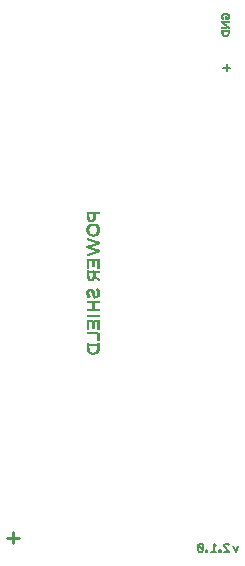
<source format=gbo>
G75*
%MOIN*%
%OFA0B0*%
%FSLAX25Y25*%
%IPPOS*%
%LPD*%
%AMOC8*
5,1,8,0,0,1.08239X$1,22.5*
%
%ADD10C,0.00600*%
%ADD11R,0.00012X0.00012*%
%ADD12R,0.00012X0.00012*%
%ADD13R,0.00012X0.00180*%
%ADD14R,0.00012X0.00492*%
%ADD15R,0.00012X0.00012*%
%ADD16R,0.00012X0.00588*%
%ADD17R,0.00012X0.00732*%
%ADD18R,0.00012X0.00804*%
%ADD19R,0.00012X0.00012*%
%ADD20R,0.00012X0.00432*%
%ADD21R,0.00012X0.00384*%
%ADD22R,0.00012X0.01044*%
%ADD23R,0.00012X0.00900*%
%ADD24R,0.00012X0.00444*%
%ADD25R,0.00012X0.00384*%
%ADD26R,0.00012X0.01176*%
%ADD27R,0.00012X0.00972*%
%ADD28R,0.00012X0.00432*%
%ADD29R,0.00012X0.00396*%
%ADD30R,0.00012X0.01236*%
%ADD31R,0.00012X0.00444*%
%ADD32R,0.00012X0.00408*%
%ADD33R,0.00012X0.01320*%
%ADD34R,0.00012X0.01116*%
%ADD35R,0.00012X0.00408*%
%ADD36R,0.00012X0.01356*%
%ADD37R,0.00012X0.01188*%
%ADD38R,0.00012X0.00420*%
%ADD39R,0.00012X0.01392*%
%ADD40R,0.00012X0.01212*%
%ADD41R,0.00012X0.01428*%
%ADD42R,0.00012X0.01284*%
%ADD43R,0.00012X0.01464*%
%ADD44R,0.00012X0.01308*%
%ADD45R,0.00012X0.00456*%
%ADD46R,0.00012X0.01500*%
%ADD47R,0.00012X0.01380*%
%ADD48R,0.00012X0.00468*%
%ADD49R,0.00012X0.01536*%
%ADD50R,0.00012X0.01404*%
%ADD51R,0.00012X0.00468*%
%ADD52R,0.00012X0.01548*%
%ADD53R,0.00012X0.01452*%
%ADD54R,0.00012X0.00480*%
%ADD55R,0.00012X0.01584*%
%ADD56R,0.00012X0.00480*%
%ADD57R,0.00012X0.01596*%
%ADD58R,0.00012X0.01548*%
%ADD59R,0.00012X0.01632*%
%ADD60R,0.00012X0.01572*%
%ADD61R,0.00012X0.00504*%
%ADD62R,0.00012X0.01644*%
%ADD63R,0.00012X0.01644*%
%ADD64R,0.00012X0.00516*%
%ADD65R,0.00012X0.01680*%
%ADD66R,0.00012X0.01668*%
%ADD67R,0.00012X0.00528*%
%ADD68R,0.00012X0.01692*%
%ADD69R,0.00012X0.01692*%
%ADD70R,0.00012X0.00540*%
%ADD71R,0.00012X0.01716*%
%ADD72R,0.00012X0.01716*%
%ADD73R,0.00012X0.00540*%
%ADD74R,0.00012X0.01764*%
%ADD75R,0.00012X0.00564*%
%ADD76R,0.00012X0.01752*%
%ADD77R,0.00012X0.01788*%
%ADD78R,0.00012X0.00552*%
%ADD79R,0.00012X0.01764*%
%ADD80R,0.00012X0.01812*%
%ADD81R,0.00012X0.00576*%
%ADD82R,0.00012X0.01776*%
%ADD83R,0.00012X0.01836*%
%ADD84R,0.00012X0.01788*%
%ADD85R,0.00012X0.01896*%
%ADD86R,0.00012X0.01824*%
%ADD87R,0.00012X0.01908*%
%ADD88R,0.00012X0.00600*%
%ADD89R,0.00012X0.01944*%
%ADD90R,0.00012X0.00612*%
%ADD91R,0.00012X0.01848*%
%ADD92R,0.00012X0.01956*%
%ADD93R,0.00012X0.00624*%
%ADD94R,0.00012X0.01860*%
%ADD95R,0.00012X0.02004*%
%ADD96R,0.00012X0.00636*%
%ADD97R,0.00012X0.01872*%
%ADD98R,0.00012X0.02004*%
%ADD99R,0.00012X0.00636*%
%ADD100R,0.00012X0.01884*%
%ADD101R,0.00012X0.02016*%
%ADD102R,0.00012X0.00648*%
%ADD103R,0.00012X0.01896*%
%ADD104R,0.00012X0.00828*%
%ADD105R,0.00012X0.00876*%
%ADD106R,0.00012X0.00816*%
%ADD107R,0.00012X0.00660*%
%ADD108R,0.00012X0.01920*%
%ADD109R,0.00012X0.00756*%
%ADD110R,0.00012X0.00672*%
%ADD111R,0.00012X0.01932*%
%ADD112R,0.00012X0.00720*%
%ADD113R,0.00012X0.00684*%
%ADD114R,0.00012X0.01944*%
%ADD115R,0.00012X0.00708*%
%ADD116R,0.00012X0.00684*%
%ADD117R,0.00012X0.00696*%
%ADD118R,0.00012X0.00852*%
%ADD119R,0.00012X0.00708*%
%ADD120R,0.00012X0.00648*%
%ADD121R,0.00012X0.00804*%
%ADD122R,0.00012X0.00684*%
%ADD123R,0.00012X0.00612*%
%ADD124R,0.00012X0.00720*%
%ADD125R,0.00012X0.00756*%
%ADD126R,0.00012X0.00756*%
%ADD127R,0.00012X0.00720*%
%ADD128R,0.00012X0.00648*%
%ADD129R,0.00012X0.00744*%
%ADD130R,0.00012X0.00612*%
%ADD131R,0.00012X0.00744*%
%ADD132R,0.00012X0.00612*%
%ADD133R,0.00012X0.00504*%
%ADD134R,0.00012X0.00468*%
%ADD135R,0.00012X0.00768*%
%ADD136R,0.00012X0.00780*%
%ADD137R,0.00012X0.00792*%
%ADD138R,0.00012X0.00804*%
%ADD139R,0.00012X0.00420*%
%ADD140R,0.00012X0.00804*%
%ADD141R,0.00012X0.00588*%
%ADD142R,0.00012X0.00828*%
%ADD143R,0.00012X0.00576*%
%ADD144R,0.00012X0.00420*%
%ADD145R,0.00012X0.00576*%
%ADD146R,0.00012X0.00840*%
%ADD147R,0.00012X0.00564*%
%ADD148R,0.00012X0.00552*%
%ADD149R,0.00012X0.00852*%
%ADD150R,0.00012X0.00864*%
%ADD151R,0.00012X0.00540*%
%ADD152R,0.00012X0.00876*%
%ADD153R,0.00012X0.00888*%
%ADD154R,0.00012X0.00540*%
%ADD155R,0.00012X0.00900*%
%ADD156R,0.00012X0.00912*%
%ADD157R,0.00012X0.00528*%
%ADD158R,0.00012X0.00924*%
%ADD159R,0.00012X0.00516*%
%ADD160R,0.00012X0.00936*%
%ADD161R,0.00012X0.00948*%
%ADD162R,0.00012X0.00960*%
%ADD163R,0.00012X0.00492*%
%ADD164R,0.00012X0.00972*%
%ADD165R,0.00012X0.00504*%
%ADD166R,0.00012X0.00984*%
%ADD167R,0.00012X0.00492*%
%ADD168R,0.00012X0.00492*%
%ADD169R,0.00012X0.00468*%
%ADD170R,0.00012X0.01080*%
%ADD171R,0.00012X0.01068*%
%ADD172R,0.00012X0.01068*%
%ADD173R,0.00012X0.01080*%
%ADD174R,0.00012X0.00456*%
%ADD175R,0.00012X0.00456*%
%ADD176R,0.00012X0.00504*%
%ADD177R,0.00012X0.00528*%
%ADD178R,0.00012X0.00960*%
%ADD179R,0.00012X0.00936*%
%ADD180R,0.00012X0.00924*%
%ADD181R,0.00012X0.00912*%
%ADD182R,0.00012X0.00036*%
%ADD183R,0.00012X0.00060*%
%ADD184R,0.00012X0.00876*%
%ADD185R,0.00012X0.00084*%
%ADD186R,0.00012X0.00108*%
%ADD187R,0.00012X0.00864*%
%ADD188R,0.00012X0.00132*%
%ADD189R,0.00012X0.00576*%
%ADD190R,0.00012X0.00180*%
%ADD191R,0.00012X0.00840*%
%ADD192R,0.00012X0.00216*%
%ADD193R,0.00012X0.00228*%
%ADD194R,0.00012X0.00816*%
%ADD195R,0.00012X0.00264*%
%ADD196R,0.00012X0.00276*%
%ADD197R,0.00012X0.00792*%
%ADD198R,0.00012X0.00660*%
%ADD199R,0.00012X0.00324*%
%ADD200R,0.00012X0.00684*%
%ADD201R,0.00012X0.00348*%
%ADD202R,0.00012X0.00768*%
%ADD203R,0.00012X0.00768*%
%ADD204R,0.00012X0.00672*%
%ADD205R,0.00012X0.00780*%
%ADD206R,0.00012X0.00732*%
%ADD207R,0.00012X0.00948*%
%ADD208R,0.00012X0.01932*%
%ADD209R,0.00012X0.00696*%
%ADD210R,0.00012X0.01920*%
%ADD211R,0.00012X0.01860*%
%ADD212R,0.00012X0.01884*%
%ADD213R,0.00012X0.01836*%
%ADD214R,0.00012X0.00624*%
%ADD215R,0.00012X0.01812*%
%ADD216R,0.00012X0.01800*%
%ADD217R,0.00012X0.01752*%
%ADD218R,0.00012X0.01776*%
%ADD219R,0.00012X0.01704*%
%ADD220R,0.00012X0.01740*%
%ADD221R,0.00012X0.01620*%
%ADD222R,0.00012X0.01572*%
%ADD223R,0.00012X0.01656*%
%ADD224R,0.00012X0.01620*%
%ADD225R,0.00012X0.01476*%
%ADD226R,0.00012X0.01608*%
%ADD227R,0.00012X0.01560*%
%ADD228R,0.00012X0.01356*%
%ADD229R,0.00012X0.01524*%
%ADD230R,0.00012X0.01512*%
%ADD231R,0.00012X0.01260*%
%ADD232R,0.00012X0.01212*%
%ADD233R,0.00012X0.01440*%
%ADD234R,0.00012X0.01164*%
%ADD235R,0.00012X0.01380*%
%ADD236R,0.00012X0.01368*%
%ADD237R,0.00012X0.01308*%
%ADD238R,0.00012X0.01272*%
%ADD239R,0.00012X0.00828*%
%ADD240C,0.01000*%
%ADD241R,0.00020X0.00020*%
%ADD242R,0.00020X0.00020*%
%ADD243R,0.00020X0.00020*%
%ADD244R,0.00020X0.00340*%
%ADD245R,0.00020X0.00020*%
%ADD246R,0.00020X0.00780*%
%ADD247R,0.00020X0.00460*%
%ADD248R,0.00020X0.00940*%
%ADD249R,0.00020X0.00740*%
%ADD250R,0.00020X0.01180*%
%ADD251R,0.00020X0.00640*%
%ADD252R,0.00020X0.00660*%
%ADD253R,0.00020X0.01020*%
%ADD254R,0.00020X0.00740*%
%ADD255R,0.00020X0.01300*%
%ADD256R,0.00020X0.00660*%
%ADD257R,0.00020X0.00880*%
%ADD258R,0.00020X0.01180*%
%ADD259R,0.00020X0.03140*%
%ADD260R,0.00020X0.02960*%
%ADD261R,0.00020X0.01740*%
%ADD262R,0.00020X0.00740*%
%ADD263R,0.00020X0.01460*%
%ADD264R,0.00020X0.00680*%
%ADD265R,0.00020X0.03140*%
%ADD266R,0.00020X0.00900*%
%ADD267R,0.00020X0.01340*%
%ADD268R,0.00020X0.00740*%
%ADD269R,0.00020X0.03160*%
%ADD270R,0.00020X0.02940*%
%ADD271R,0.00020X0.01960*%
%ADD272R,0.00020X0.01540*%
%ADD273R,0.00020X0.00680*%
%ADD274R,0.00020X0.03160*%
%ADD275R,0.00020X0.01460*%
%ADD276R,0.00020X0.02060*%
%ADD277R,0.00020X0.01660*%
%ADD278R,0.00020X0.00700*%
%ADD279R,0.00020X0.00720*%
%ADD280R,0.00020X0.01580*%
%ADD281R,0.00020X0.02940*%
%ADD282R,0.00020X0.02200*%
%ADD283R,0.00020X0.01780*%
%ADD284R,0.00020X0.00720*%
%ADD285R,0.00020X0.00700*%
%ADD286R,0.00020X0.00860*%
%ADD287R,0.00020X0.01700*%
%ADD288R,0.00020X0.02960*%
%ADD289R,0.00020X0.02260*%
%ADD290R,0.00020X0.01900*%
%ADD291R,0.00020X0.00860*%
%ADD292R,0.00020X0.01780*%
%ADD293R,0.00020X0.02320*%
%ADD294R,0.00020X0.01940*%
%ADD295R,0.00020X0.01820*%
%ADD296R,0.00020X0.02380*%
%ADD297R,0.00020X0.00760*%
%ADD298R,0.00020X0.01940*%
%ADD299R,0.00020X0.02440*%
%ADD300R,0.00020X0.02100*%
%ADD301R,0.00020X0.02020*%
%ADD302R,0.00020X0.02500*%
%ADD303R,0.00020X0.02180*%
%ADD304R,0.00020X0.00780*%
%ADD305R,0.00020X0.00800*%
%ADD306R,0.00020X0.02140*%
%ADD307R,0.00020X0.02560*%
%ADD308R,0.00020X0.02260*%
%ADD309R,0.00020X0.00800*%
%ADD310R,0.00020X0.02180*%
%ADD311R,0.00020X0.02580*%
%ADD312R,0.00020X0.02340*%
%ADD313R,0.00020X0.00840*%
%ADD314R,0.00020X0.00820*%
%ADD315R,0.00020X0.00880*%
%ADD316R,0.00020X0.02640*%
%ADD317R,0.00020X0.02380*%
%ADD318R,0.00020X0.00820*%
%ADD319R,0.00020X0.00840*%
%ADD320R,0.00020X0.02300*%
%ADD321R,0.00020X0.02660*%
%ADD322R,0.00020X0.02460*%
%ADD323R,0.00020X0.02420*%
%ADD324R,0.00020X0.02720*%
%ADD325R,0.00020X0.02500*%
%ADD326R,0.00020X0.02420*%
%ADD327R,0.00020X0.02740*%
%ADD328R,0.00020X0.00900*%
%ADD329R,0.00020X0.02800*%
%ADD330R,0.00020X0.02620*%
%ADD331R,0.00020X0.02540*%
%ADD332R,0.00020X0.02820*%
%ADD333R,0.00020X0.02700*%
%ADD334R,0.00020X0.02620*%
%ADD335R,0.00020X0.02840*%
%ADD336R,0.00020X0.02740*%
%ADD337R,0.00020X0.02880*%
%ADD338R,0.00020X0.02780*%
%ADD339R,0.00020X0.00940*%
%ADD340R,0.00020X0.00920*%
%ADD341R,0.00020X0.02700*%
%ADD342R,0.00020X0.02920*%
%ADD343R,0.00020X0.02820*%
%ADD344R,0.00020X0.02880*%
%ADD345R,0.00020X0.00960*%
%ADD346R,0.00020X0.02900*%
%ADD347R,0.00020X0.00960*%
%ADD348R,0.00020X0.02820*%
%ADD349R,0.00020X0.02980*%
%ADD350R,0.00020X0.01000*%
%ADD351R,0.00020X0.00980*%
%ADD352R,0.00020X0.03040*%
%ADD353R,0.00020X0.03000*%
%ADD354R,0.00020X0.00980*%
%ADD355R,0.00020X0.02900*%
%ADD356R,0.00020X0.03060*%
%ADD357R,0.00020X0.03080*%
%ADD358R,0.00020X0.01020*%
%ADD359R,0.00020X0.01020*%
%ADD360R,0.00020X0.03080*%
%ADD361R,0.00020X0.01000*%
%ADD362R,0.00020X0.02980*%
%ADD363R,0.00020X0.03100*%
%ADD364R,0.00020X0.01040*%
%ADD365R,0.00020X0.03060*%
%ADD366R,0.00020X0.03120*%
%ADD367R,0.00020X0.03180*%
%ADD368R,0.00020X0.01060*%
%ADD369R,0.00020X0.03220*%
%ADD370R,0.00020X0.01080*%
%ADD371R,0.00020X0.01060*%
%ADD372R,0.00020X0.01420*%
%ADD373R,0.00020X0.01380*%
%ADD374R,0.00020X0.01080*%
%ADD375R,0.00020X0.01480*%
%ADD376R,0.00020X0.01140*%
%ADD377R,0.00020X0.01380*%
%ADD378R,0.00020X0.01100*%
%ADD379R,0.00020X0.01420*%
%ADD380R,0.00020X0.03200*%
%ADD381R,0.00020X0.01280*%
%ADD382R,0.00020X0.01260*%
%ADD383R,0.00020X0.01100*%
%ADD384R,0.00020X0.03220*%
%ADD385R,0.00020X0.01240*%
%ADD386R,0.00020X0.01220*%
%ADD387R,0.00020X0.01120*%
%ADD388R,0.00020X0.03240*%
%ADD389R,0.00020X0.01140*%
%ADD390R,0.00020X0.01120*%
%ADD391R,0.00020X0.01160*%
%ADD392R,0.00020X0.01340*%
%ADD393R,0.00020X0.01140*%
%ADD394R,0.00020X0.01160*%
%ADD395R,0.00020X0.01260*%
%ADD396R,0.00020X0.00920*%
%ADD397R,0.00020X0.01200*%
%ADD398R,0.00020X0.00820*%
%ADD399R,0.00020X0.01220*%
%ADD400R,0.00020X0.01120*%
%ADD401R,0.00020X0.01040*%
%ADD402R,0.00020X0.01020*%
%ADD403R,0.00020X0.01240*%
%ADD404R,0.00020X0.01220*%
%ADD405R,0.00020X0.00620*%
%ADD406R,0.00020X0.01280*%
%ADD407R,0.00020X0.00540*%
%ADD408R,0.00020X0.00500*%
%ADD409R,0.00020X0.01300*%
%ADD410R,0.00020X0.00460*%
%ADD411R,0.00020X0.00760*%
%ADD412R,0.00020X0.01340*%
%ADD413R,0.00020X0.01320*%
%ADD414R,0.00020X0.00420*%
%ADD415R,0.00020X0.00340*%
%ADD416R,0.00020X0.00940*%
%ADD417R,0.00020X0.01340*%
%ADD418R,0.00020X0.00320*%
%ADD419R,0.00020X0.01360*%
%ADD420R,0.00020X0.00260*%
%ADD421R,0.00020X0.00920*%
%ADD422R,0.00020X0.01360*%
%ADD423R,0.00020X0.00260*%
%ADD424R,0.00020X0.00200*%
%ADD425R,0.00020X0.01400*%
%ADD426R,0.00020X0.00180*%
%ADD427R,0.00020X0.00920*%
%ADD428R,0.00020X0.01400*%
%ADD429R,0.00020X0.00120*%
%ADD430R,0.00020X0.01420*%
%ADD431R,0.00020X0.00080*%
%ADD432R,0.00020X0.00720*%
%ADD433R,0.00020X0.00720*%
%ADD434R,0.00020X0.00840*%
%ADD435R,0.00020X0.01820*%
%ADD436R,0.00020X0.02000*%
%ADD437R,0.00020X0.00820*%
%ADD438R,0.00020X0.02160*%
%ADD439R,0.00020X0.00840*%
%ADD440R,0.00020X0.02220*%
%ADD441R,0.00020X0.02520*%
%ADD442R,0.00020X0.02340*%
%ADD443R,0.00020X0.02400*%
%ADD444R,0.00020X0.02460*%
%ADD445R,0.00020X0.02480*%
%ADD446R,0.00020X0.02480*%
%ADD447R,0.00020X0.02540*%
%ADD448R,0.00020X0.02440*%
%ADD449R,0.00020X0.02620*%
%ADD450R,0.00020X0.02640*%
%ADD451R,0.00020X0.02680*%
%ADD452R,0.00020X0.02740*%
%ADD453R,0.00020X0.02760*%
%ADD454R,0.00020X0.01320*%
%ADD455R,0.00020X0.02860*%
%ADD456R,0.00020X0.02840*%
%ADD457R,0.00020X0.02860*%
%ADD458R,0.00020X0.01620*%
%ADD459R,0.00020X0.03480*%
%ADD460R,0.00020X0.02840*%
%ADD461R,0.00020X0.01620*%
%ADD462R,0.00020X0.03480*%
%ADD463R,0.00020X0.02940*%
%ADD464R,0.00020X0.01760*%
%ADD465R,0.00020X0.01760*%
%ADD466R,0.00020X0.02920*%
%ADD467R,0.00020X0.03000*%
%ADD468R,0.00020X0.01860*%
%ADD469R,0.00020X0.03020*%
%ADD470R,0.00020X0.01900*%
%ADD471R,0.00020X0.03040*%
%ADD472R,0.00020X0.01980*%
%ADD473R,0.00020X0.03100*%
%ADD474R,0.00020X0.03120*%
%ADD475R,0.00020X0.02060*%
%ADD476R,0.00020X0.03020*%
%ADD477R,0.00020X0.03140*%
%ADD478R,0.00020X0.02100*%
%ADD479R,0.00020X0.03200*%
%ADD480R,0.00020X0.02140*%
%ADD481R,0.00020X0.02140*%
%ADD482R,0.00020X0.01140*%
%ADD483R,0.00020X0.01680*%
%ADD484R,0.00020X0.01640*%
%ADD485R,0.00020X0.01500*%
%ADD486R,0.00020X0.01440*%
%ADD487R,0.00020X0.01420*%
%ADD488R,0.00020X0.00940*%
%ADD489R,0.00020X0.01320*%
%ADD490R,0.00020X0.00040*%
%ADD491R,0.00020X0.00060*%
%ADD492R,0.00020X0.00140*%
%ADD493R,0.00020X0.00220*%
%ADD494R,0.00020X0.00240*%
%ADD495R,0.00020X0.00320*%
%ADD496R,0.00020X0.01220*%
%ADD497R,0.00020X0.00420*%
%ADD498R,0.00020X0.00500*%
%ADD499R,0.00020X0.00560*%
%ADD500R,0.00020X0.01120*%
%ADD501R,0.00020X0.00620*%
%ADD502R,0.00020X0.01320*%
%ADD503R,0.00020X0.01580*%
%ADD504R,0.00020X0.03120*%
%ADD505R,0.00020X0.03260*%
%ADD506R,0.00020X0.03040*%
%ADD507R,0.00020X0.01040*%
%ADD508R,0.00020X0.03120*%
%ADD509R,0.00020X0.03240*%
%ADD510R,0.00020X0.03180*%
%ADD511R,0.00020X0.02740*%
%ADD512R,0.00020X0.02760*%
%ADD513R,0.00020X0.02780*%
%ADD514R,0.00020X0.03140*%
%ADD515R,0.00020X0.02800*%
%ADD516R,0.00020X0.02580*%
%ADD517R,0.00020X0.02540*%
%ADD518R,0.00020X0.02360*%
%ADD519R,0.00020X0.02660*%
%ADD520R,0.00020X0.02420*%
%ADD521R,0.00020X0.02720*%
%ADD522R,0.00020X0.02640*%
%ADD523R,0.00020X0.02600*%
%ADD524R,0.00020X0.02520*%
%ADD525R,0.00020X0.01980*%
%ADD526R,0.00020X0.01860*%
%ADD527R,0.00020X0.02280*%
%ADD528R,0.00020X0.02240*%
%ADD529R,0.00020X0.02220*%
%ADD530R,0.00020X0.01660*%
%ADD531R,0.00020X0.01540*%
%ADD532R,0.00020X0.02160*%
%ADD533R,0.00020X0.02080*%
%ADD534R,0.00020X0.01880*%
%ADD535R,0.00020X0.02080*%
%ADD536R,0.00020X0.01800*%
%ADD537C,0.00500*%
D10*
X0104211Y0172332D02*
X0106613Y0172332D01*
X0105412Y0173533D02*
X0105412Y0171131D01*
D11*
X0106407Y0183375D03*
X0106455Y0183591D03*
X0104379Y0183627D03*
X0104355Y0183819D03*
X0104355Y0183843D03*
X0104355Y0183891D03*
X0104355Y0183915D03*
X0104355Y0183987D03*
X0104355Y0184011D03*
X0104355Y0184059D03*
X0104355Y0184083D03*
X0104355Y0184107D03*
X0104355Y0184155D03*
X0104355Y0184179D03*
X0104355Y0184227D03*
X0104355Y0184251D03*
X0104355Y0184275D03*
X0104355Y0184323D03*
X0104019Y0183387D03*
X0104583Y0188583D03*
X0104379Y0188907D03*
X0104319Y0189159D03*
X0104319Y0189183D03*
X0104319Y0189207D03*
X0104319Y0189327D03*
X0104319Y0189351D03*
X0103911Y0189423D03*
X0103923Y0189507D03*
X0103923Y0188979D03*
X0103947Y0188859D03*
X0103983Y0188727D03*
X0106107Y0189387D03*
X0106083Y0189483D03*
X0106503Y0189519D03*
X0106515Y0189411D03*
X0106515Y0189387D03*
X0106515Y0189147D03*
X0106515Y0189123D03*
X0106503Y0188991D03*
D12*
X0106515Y0189099D03*
X0106479Y0188871D03*
X0106371Y0188571D03*
X0106047Y0188871D03*
X0106107Y0189099D03*
X0106515Y0189363D03*
X0103947Y0189603D03*
X0103911Y0189063D03*
X0103911Y0189039D03*
X0103971Y0188763D03*
X0104355Y0184299D03*
X0104355Y0184203D03*
X0104355Y0184131D03*
X0104355Y0184035D03*
X0104355Y0183963D03*
X0104355Y0183939D03*
X0104355Y0183867D03*
X0104355Y0183795D03*
X0103971Y0183603D03*
X0106047Y0183639D03*
X0106443Y0183531D03*
D13*
X0104511Y0188595D03*
X0106515Y0189255D03*
D14*
X0106503Y0189255D03*
X0105615Y0190263D03*
X0105603Y0190263D03*
X0105579Y0190275D03*
X0105555Y0190275D03*
X0104883Y0190275D03*
X0104847Y0190263D03*
X0104823Y0190263D03*
X0104775Y0190239D03*
X0103923Y0189243D03*
X0104379Y0188643D03*
X0106311Y0185679D03*
X0105675Y0182835D03*
X0105651Y0182835D03*
X0105639Y0182823D03*
X0105615Y0182811D03*
X0105603Y0182811D03*
X0105519Y0182775D03*
X0104919Y0182775D03*
X0104871Y0182799D03*
X0104847Y0182799D03*
X0104811Y0182811D03*
D15*
X0104391Y0183591D03*
X0104367Y0183711D03*
X0103959Y0183687D03*
X0106035Y0183579D03*
X0106467Y0183675D03*
X0106467Y0183723D03*
X0105963Y0188691D03*
X0106095Y0189423D03*
X0106491Y0189555D03*
X0106431Y0189783D03*
X0106335Y0189975D03*
X0104463Y0188751D03*
X0104367Y0188943D03*
X0104331Y0189075D03*
D16*
X0105927Y0190071D03*
X0106491Y0189243D03*
X0106191Y0185727D03*
X0104535Y0182991D03*
X0104559Y0182967D03*
D17*
X0104415Y0183135D03*
X0106023Y0185799D03*
X0106479Y0189255D03*
X0106071Y0189903D03*
X0104355Y0189891D03*
D18*
X0104463Y0187227D03*
X0106467Y0189255D03*
X0106095Y0189843D03*
D19*
X0106095Y0189039D03*
X0106467Y0188835D03*
X0103935Y0188895D03*
X0103935Y0189567D03*
X0103959Y0183663D03*
X0104091Y0183195D03*
X0106059Y0183699D03*
X0106467Y0183699D03*
D20*
X0106395Y0185649D03*
X0105627Y0185649D03*
X0105531Y0185649D03*
X0105459Y0185649D03*
X0105435Y0185649D03*
X0105363Y0185649D03*
X0105291Y0185649D03*
X0105267Y0185649D03*
X0105195Y0185649D03*
X0105099Y0185649D03*
X0105027Y0185649D03*
X0104931Y0185649D03*
X0104859Y0185649D03*
X0104835Y0185649D03*
X0104763Y0185649D03*
X0104691Y0185649D03*
X0104667Y0185649D03*
X0104595Y0185649D03*
X0104499Y0185649D03*
X0104427Y0185649D03*
X0104331Y0185649D03*
X0104259Y0185649D03*
X0104235Y0185649D03*
X0104163Y0185649D03*
X0104091Y0185649D03*
X0104067Y0185649D03*
X0103995Y0185649D03*
X0104691Y0187413D03*
X0104763Y0187413D03*
X0104835Y0187413D03*
X0104859Y0187413D03*
X0104931Y0187413D03*
X0105027Y0187413D03*
X0105099Y0187413D03*
X0105195Y0187413D03*
X0105267Y0187413D03*
X0105291Y0187413D03*
X0105363Y0187413D03*
X0105435Y0187413D03*
X0105459Y0187413D03*
X0105531Y0187413D03*
X0105627Y0187413D03*
X0105699Y0187413D03*
X0105795Y0187413D03*
X0105867Y0187413D03*
X0105891Y0187413D03*
X0105963Y0187413D03*
X0106035Y0187413D03*
X0106059Y0187413D03*
X0106131Y0187413D03*
X0106227Y0187413D03*
X0106299Y0187413D03*
X0106395Y0187413D03*
X0106467Y0187413D03*
X0105927Y0188421D03*
X0105831Y0188421D03*
X0105759Y0188421D03*
X0105735Y0188421D03*
X0105663Y0188421D03*
X0105591Y0188421D03*
X0105567Y0188421D03*
X0105495Y0188421D03*
D21*
X0106467Y0185625D03*
D22*
X0106467Y0184263D03*
X0106431Y0189243D03*
X0103995Y0189231D03*
D23*
X0103971Y0189231D03*
X0104583Y0187179D03*
X0105807Y0185883D03*
X0106455Y0189243D03*
D24*
X0105939Y0188427D03*
X0105951Y0187407D03*
X0105975Y0187407D03*
X0106023Y0187407D03*
X0106047Y0187407D03*
X0106071Y0187407D03*
X0106119Y0187407D03*
X0106143Y0187407D03*
X0106215Y0187407D03*
X0106239Y0187407D03*
X0106287Y0187407D03*
X0106311Y0187407D03*
X0106383Y0187407D03*
X0106407Y0187407D03*
X0106455Y0187407D03*
X0105903Y0187407D03*
X0105879Y0187407D03*
X0105855Y0187407D03*
X0105807Y0187407D03*
X0105783Y0187407D03*
X0105711Y0187407D03*
X0105687Y0187407D03*
X0105639Y0187407D03*
X0105615Y0187407D03*
X0105543Y0187407D03*
X0105519Y0187407D03*
X0105471Y0187407D03*
X0105447Y0187407D03*
X0105423Y0187407D03*
X0105375Y0187407D03*
X0105351Y0187407D03*
X0105303Y0187407D03*
X0105279Y0187407D03*
X0105255Y0187407D03*
X0105207Y0187407D03*
X0105183Y0187407D03*
X0105111Y0187407D03*
X0105087Y0187407D03*
X0105039Y0187407D03*
X0105015Y0187407D03*
X0104943Y0187407D03*
X0104919Y0187407D03*
X0104871Y0187407D03*
X0104847Y0187407D03*
X0104823Y0187407D03*
X0104775Y0187407D03*
X0104751Y0187407D03*
X0104703Y0187407D03*
X0103983Y0187407D03*
X0103983Y0185655D03*
X0104007Y0185655D03*
X0104055Y0185655D03*
X0104079Y0185655D03*
X0104103Y0185655D03*
X0104151Y0185655D03*
X0104175Y0185655D03*
X0104223Y0185655D03*
X0104247Y0185655D03*
X0104271Y0185655D03*
X0104319Y0185655D03*
X0104343Y0185655D03*
X0104415Y0185655D03*
X0104439Y0185655D03*
X0104487Y0185655D03*
X0104511Y0185655D03*
X0104583Y0185655D03*
X0104607Y0185655D03*
X0104655Y0185655D03*
X0104679Y0185655D03*
X0104703Y0185655D03*
X0104751Y0185655D03*
X0104775Y0185655D03*
X0104823Y0185655D03*
X0104847Y0185655D03*
X0104871Y0185655D03*
X0104919Y0185655D03*
X0104943Y0185655D03*
X0105015Y0185655D03*
X0105039Y0185655D03*
X0105087Y0185655D03*
X0105111Y0185655D03*
X0105183Y0185655D03*
X0105207Y0185655D03*
X0105255Y0185655D03*
X0105279Y0185655D03*
X0105303Y0185655D03*
X0105351Y0185655D03*
X0105375Y0185655D03*
X0105423Y0185655D03*
X0105447Y0185655D03*
X0105471Y0185655D03*
X0105519Y0185655D03*
X0105543Y0185655D03*
X0105615Y0185655D03*
X0105639Y0185655D03*
X0106383Y0185655D03*
X0106047Y0184563D03*
X0106023Y0184563D03*
X0106011Y0184563D03*
X0105987Y0184563D03*
X0105975Y0184563D03*
X0105951Y0184563D03*
X0105939Y0184563D03*
X0105915Y0184563D03*
X0105903Y0184563D03*
X0105879Y0184563D03*
X0105855Y0184563D03*
X0105843Y0184563D03*
X0105819Y0184563D03*
X0105807Y0184563D03*
X0105783Y0184563D03*
X0105771Y0184563D03*
X0105747Y0184563D03*
X0105723Y0184563D03*
X0105711Y0184563D03*
X0105687Y0184563D03*
X0105675Y0184563D03*
X0105651Y0184563D03*
X0105639Y0184563D03*
X0105615Y0184563D03*
X0105603Y0184563D03*
X0105579Y0184563D03*
X0105555Y0184563D03*
X0105543Y0184563D03*
X0105519Y0184563D03*
X0105507Y0184563D03*
X0105483Y0184563D03*
X0105471Y0184563D03*
X0105447Y0184563D03*
X0105423Y0184563D03*
X0105411Y0184563D03*
X0105387Y0184563D03*
X0105375Y0184563D03*
X0105351Y0184563D03*
X0105339Y0184563D03*
X0105315Y0184563D03*
X0105303Y0184563D03*
X0105279Y0184563D03*
X0105255Y0184563D03*
X0105243Y0184563D03*
X0105219Y0184563D03*
X0105207Y0184563D03*
X0105183Y0184563D03*
X0105171Y0184563D03*
X0105147Y0184563D03*
X0105123Y0184563D03*
X0105111Y0184563D03*
X0105087Y0184563D03*
X0105075Y0184563D03*
X0105051Y0184563D03*
X0105039Y0184563D03*
X0105015Y0184563D03*
X0105003Y0184563D03*
X0104979Y0184563D03*
X0104955Y0184563D03*
X0104943Y0184563D03*
X0104919Y0184563D03*
X0104907Y0184563D03*
X0104883Y0184563D03*
X0104871Y0184563D03*
X0104847Y0184563D03*
X0104823Y0184563D03*
X0104811Y0184563D03*
X0104787Y0184563D03*
X0104775Y0184563D03*
X0104751Y0184563D03*
X0104739Y0184563D03*
X0104715Y0184563D03*
X0104703Y0184563D03*
X0104679Y0184563D03*
X0104655Y0184563D03*
X0104643Y0184563D03*
X0104619Y0184563D03*
X0104607Y0184563D03*
X0104583Y0184563D03*
X0104571Y0184563D03*
X0104547Y0184563D03*
X0104523Y0184563D03*
X0104511Y0184563D03*
X0104487Y0184563D03*
X0104475Y0184563D03*
X0104451Y0184563D03*
X0104439Y0184563D03*
X0104415Y0184563D03*
X0104403Y0184563D03*
X0104379Y0184563D03*
X0104355Y0184563D03*
D25*
X0106455Y0185625D03*
D26*
X0106455Y0184197D03*
D27*
X0105711Y0185919D03*
X0104679Y0187143D03*
X0103983Y0189231D03*
X0106443Y0189243D03*
D28*
X0105903Y0188421D03*
X0105879Y0188421D03*
X0105855Y0188421D03*
X0105807Y0188421D03*
X0105783Y0188421D03*
X0105711Y0188421D03*
X0105687Y0188421D03*
X0105639Y0188421D03*
X0105615Y0188421D03*
X0105543Y0188421D03*
X0105519Y0188421D03*
X0105471Y0188421D03*
X0105483Y0187413D03*
X0105507Y0187413D03*
X0105555Y0187413D03*
X0105579Y0187413D03*
X0105603Y0187413D03*
X0105651Y0187413D03*
X0105675Y0187413D03*
X0105723Y0187413D03*
X0105747Y0187413D03*
X0105771Y0187413D03*
X0105819Y0187413D03*
X0105843Y0187413D03*
X0105915Y0187413D03*
X0105939Y0187413D03*
X0105987Y0187413D03*
X0106011Y0187413D03*
X0106083Y0187413D03*
X0106107Y0187413D03*
X0106155Y0187413D03*
X0106179Y0187413D03*
X0106203Y0187413D03*
X0106251Y0187413D03*
X0106275Y0187413D03*
X0106323Y0187413D03*
X0106347Y0187413D03*
X0106371Y0187413D03*
X0106419Y0187413D03*
X0106443Y0187413D03*
X0105411Y0187413D03*
X0105387Y0187413D03*
X0105339Y0187413D03*
X0105315Y0187413D03*
X0105243Y0187413D03*
X0105219Y0187413D03*
X0105171Y0187413D03*
X0105147Y0187413D03*
X0105123Y0187413D03*
X0105075Y0187413D03*
X0105051Y0187413D03*
X0105003Y0187413D03*
X0104979Y0187413D03*
X0104955Y0187413D03*
X0104907Y0187413D03*
X0104883Y0187413D03*
X0104811Y0187413D03*
X0104787Y0187413D03*
X0104739Y0187413D03*
X0104715Y0187413D03*
X0103971Y0187413D03*
X0103971Y0185649D03*
X0104019Y0185649D03*
X0104043Y0185649D03*
X0104115Y0185649D03*
X0104139Y0185649D03*
X0104187Y0185649D03*
X0104211Y0185649D03*
X0104283Y0185649D03*
X0104307Y0185649D03*
X0104355Y0185649D03*
X0104379Y0185649D03*
X0104403Y0185649D03*
X0104451Y0185649D03*
X0104475Y0185649D03*
X0104523Y0185649D03*
X0104547Y0185649D03*
X0104571Y0185649D03*
X0104619Y0185649D03*
X0104643Y0185649D03*
X0104715Y0185649D03*
X0104739Y0185649D03*
X0104787Y0185649D03*
X0104811Y0185649D03*
X0104883Y0185649D03*
X0104907Y0185649D03*
X0104955Y0185649D03*
X0104979Y0185649D03*
X0105003Y0185649D03*
X0105051Y0185649D03*
X0105075Y0185649D03*
X0105123Y0185649D03*
X0105147Y0185649D03*
X0105171Y0185649D03*
X0105219Y0185649D03*
X0105243Y0185649D03*
X0105315Y0185649D03*
X0105339Y0185649D03*
X0105387Y0185649D03*
X0105411Y0185649D03*
X0105483Y0185649D03*
X0105507Y0185649D03*
X0105555Y0185649D03*
X0105579Y0185649D03*
X0105603Y0185649D03*
X0105651Y0185649D03*
X0105675Y0185649D03*
D29*
X0106443Y0185631D03*
X0104415Y0188631D03*
D30*
X0106443Y0184167D03*
D31*
X0106059Y0184563D03*
X0106035Y0184563D03*
X0105999Y0184563D03*
X0105963Y0184563D03*
X0105927Y0184563D03*
X0105891Y0184563D03*
X0105867Y0184563D03*
X0105831Y0184563D03*
X0105795Y0184563D03*
X0105759Y0184563D03*
X0105735Y0184563D03*
X0105699Y0184563D03*
X0105663Y0184563D03*
X0105627Y0184563D03*
X0105591Y0184563D03*
X0105567Y0184563D03*
X0105531Y0184563D03*
X0105495Y0184563D03*
X0105459Y0184563D03*
X0105435Y0184563D03*
X0105399Y0184563D03*
X0105363Y0184563D03*
X0105327Y0184563D03*
X0105291Y0184563D03*
X0105267Y0184563D03*
X0105231Y0184563D03*
X0105195Y0184563D03*
X0105159Y0184563D03*
X0105135Y0184563D03*
X0105099Y0184563D03*
X0105063Y0184563D03*
X0105027Y0184563D03*
X0104991Y0184563D03*
X0104967Y0184563D03*
X0104931Y0184563D03*
X0104895Y0184563D03*
X0104859Y0184563D03*
X0104835Y0184563D03*
X0104799Y0184563D03*
X0104763Y0184563D03*
X0104727Y0184563D03*
X0104691Y0184563D03*
X0104667Y0184563D03*
X0104631Y0184563D03*
X0104595Y0184563D03*
X0104559Y0184563D03*
X0104535Y0184563D03*
X0104499Y0184563D03*
X0104463Y0184563D03*
X0104427Y0184563D03*
X0104391Y0184563D03*
X0104367Y0184563D03*
X0104367Y0185655D03*
X0104391Y0185655D03*
X0104463Y0185655D03*
X0104535Y0185655D03*
X0104559Y0185655D03*
X0104631Y0185655D03*
X0104727Y0185655D03*
X0104799Y0185655D03*
X0104895Y0185655D03*
X0104967Y0185655D03*
X0104991Y0185655D03*
X0105063Y0185655D03*
X0105135Y0185655D03*
X0105159Y0185655D03*
X0105231Y0185655D03*
X0105327Y0185655D03*
X0105399Y0185655D03*
X0105495Y0185655D03*
X0105567Y0185655D03*
X0105591Y0185655D03*
X0105663Y0185655D03*
X0104295Y0185655D03*
X0104199Y0185655D03*
X0104127Y0185655D03*
X0104031Y0185655D03*
X0103959Y0185655D03*
X0103995Y0187407D03*
X0104727Y0187407D03*
X0104799Y0187407D03*
X0104895Y0187407D03*
X0104967Y0187407D03*
X0104991Y0187407D03*
X0105063Y0187407D03*
X0105135Y0187407D03*
X0105159Y0187407D03*
X0105231Y0187407D03*
X0105327Y0187407D03*
X0105399Y0187407D03*
X0105495Y0187407D03*
X0105567Y0187407D03*
X0105591Y0187407D03*
X0105663Y0187407D03*
X0105735Y0187407D03*
X0105759Y0187407D03*
X0105831Y0187407D03*
X0105927Y0187407D03*
X0105999Y0187407D03*
X0106095Y0187407D03*
X0106167Y0187407D03*
X0106191Y0187407D03*
X0106263Y0187407D03*
X0106335Y0187407D03*
X0106359Y0187407D03*
X0106431Y0187407D03*
D32*
X0106431Y0185637D03*
D33*
X0106431Y0184125D03*
D34*
X0106419Y0189243D03*
X0104007Y0189231D03*
D35*
X0106419Y0185637D03*
D36*
X0106419Y0184107D03*
D37*
X0106407Y0189243D03*
D38*
X0104403Y0188631D03*
X0106407Y0185643D03*
D39*
X0106407Y0184089D03*
D40*
X0106395Y0189243D03*
D41*
X0104091Y0189231D03*
X0106395Y0184071D03*
D42*
X0106383Y0189243D03*
D43*
X0106383Y0184053D03*
D44*
X0106371Y0189243D03*
X0104055Y0189231D03*
D45*
X0105123Y0190317D03*
X0105339Y0190317D03*
X0106371Y0185661D03*
X0105315Y0182745D03*
D46*
X0106371Y0184035D03*
X0106323Y0189243D03*
X0104115Y0189219D03*
D47*
X0106359Y0189243D03*
D48*
X0106359Y0185667D03*
D49*
X0106359Y0184017D03*
D50*
X0106347Y0189243D03*
X0104079Y0189231D03*
D51*
X0106347Y0185667D03*
D52*
X0106347Y0184011D03*
D53*
X0106335Y0189231D03*
D54*
X0105495Y0190293D03*
X0105459Y0190305D03*
X0105399Y0190317D03*
X0105063Y0190317D03*
X0104895Y0190281D03*
X0104859Y0190269D03*
X0104835Y0190257D03*
X0106335Y0185673D03*
X0105531Y0182781D03*
X0105399Y0182757D03*
X0105063Y0182745D03*
X0104991Y0182757D03*
X0104859Y0182793D03*
D55*
X0106335Y0183993D03*
D56*
X0105423Y0182757D03*
X0105375Y0182745D03*
X0105015Y0182757D03*
X0104979Y0182757D03*
X0104955Y0182769D03*
X0104943Y0182769D03*
X0106323Y0185673D03*
X0105951Y0188445D03*
X0105483Y0190293D03*
X0105447Y0190305D03*
X0105423Y0190305D03*
X0105375Y0190317D03*
X0105039Y0190317D03*
X0105015Y0190305D03*
X0104979Y0190305D03*
X0104955Y0190293D03*
X0104943Y0190293D03*
X0104871Y0190269D03*
X0104043Y0187389D03*
D57*
X0106323Y0183987D03*
D58*
X0106311Y0189231D03*
D59*
X0106311Y0183969D03*
D60*
X0104091Y0183999D03*
X0104127Y0189219D03*
X0106299Y0189231D03*
D61*
X0106299Y0185685D03*
X0104799Y0182817D03*
D62*
X0106299Y0183963D03*
X0104163Y0189219D03*
D63*
X0106287Y0189231D03*
D64*
X0105987Y0188463D03*
X0105771Y0190191D03*
X0105747Y0190203D03*
X0105723Y0190215D03*
X0105711Y0190227D03*
X0105687Y0190227D03*
X0104751Y0190227D03*
X0104703Y0190203D03*
X0104679Y0190191D03*
X0104655Y0190179D03*
X0104643Y0190167D03*
X0104079Y0187371D03*
X0106287Y0185691D03*
X0105771Y0182895D03*
X0105747Y0182871D03*
X0105711Y0182859D03*
X0104751Y0182835D03*
X0104739Y0182847D03*
D65*
X0106287Y0183945D03*
X0104175Y0189225D03*
D66*
X0106275Y0189231D03*
X0104139Y0183951D03*
D67*
X0104679Y0182877D03*
X0106275Y0185697D03*
X0105483Y0186297D03*
X0104955Y0186717D03*
X0105819Y0190161D03*
X0105783Y0190185D03*
D68*
X0106275Y0183939D03*
D69*
X0106263Y0189231D03*
D70*
X0105867Y0190131D03*
X0104631Y0190167D03*
X0104763Y0186867D03*
X0104799Y0186831D03*
X0105099Y0186603D03*
X0105195Y0186531D03*
X0105531Y0186267D03*
X0105567Y0186231D03*
X0106263Y0185703D03*
D71*
X0106263Y0183927D03*
X0104163Y0183927D03*
D72*
X0106251Y0183927D03*
X0106251Y0189231D03*
D73*
X0105807Y0190167D03*
X0104571Y0190131D03*
X0104703Y0186903D03*
X0104919Y0186735D03*
X0104979Y0186699D03*
X0105315Y0186435D03*
X0105351Y0186399D03*
X0106251Y0185703D03*
X0105819Y0182931D03*
D74*
X0106239Y0189219D03*
D75*
X0106011Y0188487D03*
X0105915Y0190095D03*
X0105879Y0190119D03*
X0104583Y0190131D03*
X0104523Y0190095D03*
X0104151Y0187347D03*
X0104751Y0186867D03*
X0104847Y0186795D03*
X0105279Y0186459D03*
X0105375Y0186387D03*
X0106239Y0185715D03*
X0105855Y0182955D03*
X0105843Y0182943D03*
X0104607Y0182931D03*
D76*
X0104175Y0183909D03*
X0106239Y0183909D03*
D77*
X0106227Y0189219D03*
D78*
X0105999Y0188481D03*
X0104727Y0186885D03*
X0104967Y0186705D03*
X0105135Y0186573D03*
X0105267Y0186465D03*
X0105399Y0186369D03*
X0105495Y0186297D03*
X0105591Y0186213D03*
X0106227Y0185709D03*
X0105831Y0182937D03*
X0104631Y0182913D03*
X0104595Y0182937D03*
X0104559Y0190113D03*
D79*
X0106227Y0183903D03*
D80*
X0106215Y0189219D03*
X0104223Y0189219D03*
D81*
X0106203Y0185721D03*
X0106215Y0185721D03*
X0104583Y0182949D03*
D82*
X0106215Y0183897D03*
X0104211Y0189225D03*
D83*
X0106203Y0189219D03*
X0106179Y0183867D03*
X0104247Y0183867D03*
D84*
X0104211Y0183891D03*
X0106203Y0183891D03*
D85*
X0104295Y0183837D03*
X0106191Y0189213D03*
D86*
X0106191Y0183873D03*
D87*
X0106107Y0183831D03*
X0104307Y0183831D03*
X0106179Y0189219D03*
D88*
X0106023Y0188505D03*
X0105939Y0190065D03*
X0104187Y0187329D03*
X0106179Y0185733D03*
X0105915Y0183009D03*
D89*
X0106167Y0189213D03*
D90*
X0104463Y0190035D03*
X0104427Y0189999D03*
X0106167Y0185739D03*
D91*
X0106167Y0183861D03*
D92*
X0106155Y0189207D03*
D93*
X0104223Y0187317D03*
X0106155Y0185745D03*
D94*
X0106155Y0183855D03*
X0104247Y0189219D03*
X0104271Y0189243D03*
X0104283Y0189255D03*
X0104307Y0189279D03*
D95*
X0106143Y0189219D03*
D96*
X0104439Y0189999D03*
X0104415Y0189975D03*
X0104403Y0189963D03*
X0104247Y0187311D03*
X0106143Y0185751D03*
X0104475Y0183051D03*
X0104487Y0183039D03*
D97*
X0104271Y0183849D03*
X0106143Y0183849D03*
D98*
X0106131Y0189207D03*
D99*
X0103935Y0189231D03*
X0106131Y0185751D03*
D100*
X0106131Y0183843D03*
D101*
X0106119Y0189213D03*
D102*
X0106119Y0185757D03*
X0106107Y0185757D03*
X0105951Y0183057D03*
D103*
X0106119Y0183837D03*
D104*
X0104487Y0187215D03*
X0106107Y0189819D03*
D105*
X0106107Y0188643D03*
D106*
X0106095Y0188613D03*
X0105891Y0185841D03*
D107*
X0106095Y0185763D03*
X0104463Y0183075D03*
D108*
X0106095Y0183825D03*
D109*
X0106083Y0188583D03*
X0106083Y0189879D03*
D110*
X0104379Y0189933D03*
X0104283Y0187293D03*
X0106083Y0185769D03*
X0105975Y0183093D03*
D111*
X0106083Y0183819D03*
D112*
X0104355Y0187269D03*
X0106071Y0188565D03*
D113*
X0106023Y0189975D03*
X0106071Y0185775D03*
X0105987Y0183099D03*
D114*
X0106071Y0183813D03*
X0104343Y0183813D03*
D115*
X0105999Y0183123D03*
X0106059Y0189927D03*
X0104367Y0189915D03*
D116*
X0104331Y0188715D03*
X0104295Y0187287D03*
X0106059Y0188547D03*
X0104427Y0183123D03*
D117*
X0106059Y0185781D03*
X0104331Y0187281D03*
D118*
X0106059Y0183255D03*
D119*
X0106011Y0183135D03*
X0106047Y0185787D03*
X0104343Y0187275D03*
X0103947Y0189231D03*
X0106047Y0189939D03*
D120*
X0106011Y0189993D03*
X0106047Y0188529D03*
X0104343Y0188697D03*
D121*
X0104379Y0183207D03*
X0106047Y0183219D03*
D122*
X0106035Y0189963D03*
D123*
X0105963Y0190047D03*
X0106035Y0188511D03*
X0104199Y0187323D03*
X0104499Y0183027D03*
X0105927Y0183027D03*
D124*
X0106035Y0185793D03*
D125*
X0106035Y0183183D03*
X0104391Y0187251D03*
D126*
X0104343Y0189867D03*
X0105975Y0185811D03*
X0106023Y0183171D03*
D127*
X0106011Y0185793D03*
D128*
X0105963Y0183069D03*
X0104259Y0187305D03*
X0105999Y0190005D03*
D129*
X0105999Y0185805D03*
D130*
X0104511Y0183015D03*
X0104211Y0187323D03*
X0104451Y0190023D03*
X0105951Y0190059D03*
X0105987Y0190023D03*
D131*
X0104379Y0187257D03*
X0105987Y0185805D03*
X0104403Y0183165D03*
D132*
X0105903Y0183003D03*
X0105939Y0183039D03*
X0105975Y0190035D03*
D133*
X0105675Y0190233D03*
X0105639Y0190245D03*
X0104787Y0190245D03*
X0104739Y0190221D03*
X0104715Y0190209D03*
X0105975Y0188457D03*
X0105723Y0182865D03*
X0105687Y0182841D03*
X0104823Y0182805D03*
X0104775Y0182829D03*
X0104715Y0182853D03*
D134*
X0104931Y0182775D03*
X0104967Y0182763D03*
X0105027Y0182751D03*
X0105099Y0182751D03*
X0105135Y0182739D03*
X0105159Y0182739D03*
X0105231Y0182739D03*
X0105267Y0182739D03*
X0105291Y0182739D03*
X0105327Y0182739D03*
X0105363Y0182751D03*
X0105435Y0182751D03*
X0105459Y0182763D03*
X0104031Y0187395D03*
X0104391Y0188643D03*
X0104931Y0190287D03*
X0104967Y0190299D03*
X0104991Y0190299D03*
X0105027Y0190311D03*
X0105099Y0190311D03*
X0105135Y0190323D03*
X0105159Y0190323D03*
X0105231Y0190323D03*
X0105267Y0190323D03*
X0105291Y0190323D03*
X0105327Y0190323D03*
X0105363Y0190311D03*
X0105435Y0190311D03*
X0105531Y0190287D03*
X0105963Y0188439D03*
D135*
X0105963Y0185817D03*
D136*
X0105951Y0185823D03*
X0104415Y0187239D03*
D137*
X0104319Y0188745D03*
X0105939Y0185829D03*
D138*
X0105927Y0185835D03*
D139*
X0105915Y0188415D03*
X0105843Y0188415D03*
X0105819Y0188415D03*
X0105771Y0188415D03*
X0105747Y0188415D03*
X0105723Y0188415D03*
X0105675Y0188415D03*
X0105651Y0188415D03*
X0105603Y0188415D03*
X0105579Y0188415D03*
X0105555Y0188415D03*
X0105507Y0188415D03*
X0105483Y0188415D03*
D140*
X0105915Y0185835D03*
D141*
X0104523Y0183003D03*
X0104547Y0182979D03*
X0104175Y0187335D03*
X0104475Y0190035D03*
X0104487Y0190047D03*
X0104511Y0190071D03*
X0105903Y0190095D03*
D142*
X0105903Y0185847D03*
X0105879Y0185847D03*
D143*
X0105891Y0182985D03*
X0105891Y0190113D03*
D144*
X0105891Y0188415D03*
X0105867Y0188415D03*
X0105795Y0188415D03*
X0105699Y0188415D03*
X0105627Y0188415D03*
X0105531Y0188415D03*
X0105459Y0188415D03*
X0103959Y0187419D03*
D145*
X0104355Y0188673D03*
X0104571Y0182961D03*
X0105879Y0182973D03*
D146*
X0105867Y0185853D03*
D147*
X0105159Y0186555D03*
X0105063Y0186627D03*
X0105867Y0182967D03*
X0104535Y0190095D03*
D148*
X0104547Y0190101D03*
X0105843Y0190149D03*
X0105855Y0190137D03*
X0104823Y0186813D03*
X0104871Y0186777D03*
X0104943Y0186717D03*
X0105039Y0186645D03*
X0105075Y0186621D03*
X0105087Y0186609D03*
X0105183Y0186537D03*
X0105255Y0186477D03*
X0105471Y0186309D03*
X0105615Y0186201D03*
X0104139Y0187353D03*
X0104619Y0182913D03*
D149*
X0105855Y0185859D03*
X0104523Y0187203D03*
X0104511Y0187203D03*
X0104319Y0189795D03*
D150*
X0104547Y0187197D03*
X0105843Y0185865D03*
D151*
X0105663Y0186159D03*
X0105627Y0186195D03*
X0105459Y0186315D03*
X0105435Y0186339D03*
X0105363Y0186387D03*
X0105327Y0186423D03*
X0105291Y0186459D03*
X0105231Y0186495D03*
X0105027Y0186651D03*
X0104991Y0186687D03*
X0104931Y0186723D03*
X0104895Y0186759D03*
X0104859Y0186783D03*
X0104835Y0186807D03*
X0104691Y0186915D03*
X0104127Y0187359D03*
X0104367Y0188655D03*
X0105795Y0190179D03*
X0105831Y0190155D03*
X0105795Y0182907D03*
X0104667Y0182883D03*
D152*
X0105831Y0185871D03*
D153*
X0105819Y0185877D03*
X0104571Y0187185D03*
D154*
X0104715Y0186891D03*
X0104739Y0186879D03*
X0104775Y0186855D03*
X0104787Y0186843D03*
X0104811Y0186819D03*
X0104883Y0186771D03*
X0104907Y0186747D03*
X0105003Y0186675D03*
X0105015Y0186663D03*
X0105051Y0186639D03*
X0105111Y0186591D03*
X0105123Y0186579D03*
X0105147Y0186555D03*
X0105171Y0186543D03*
X0105207Y0186519D03*
X0105219Y0186507D03*
X0105243Y0186483D03*
X0105303Y0186447D03*
X0105339Y0186411D03*
X0105387Y0186375D03*
X0105411Y0186363D03*
X0105423Y0186351D03*
X0105447Y0186327D03*
X0105507Y0186291D03*
X0105519Y0186279D03*
X0105543Y0186255D03*
X0105555Y0186243D03*
X0105579Y0186219D03*
X0105603Y0186207D03*
X0105639Y0186183D03*
X0105651Y0186171D03*
X0105675Y0186147D03*
X0105807Y0182919D03*
X0105783Y0182895D03*
X0104655Y0182895D03*
X0104643Y0182907D03*
X0104607Y0190143D03*
X0104619Y0190155D03*
D155*
X0105795Y0185883D03*
D156*
X0105783Y0185889D03*
X0105771Y0185889D03*
D157*
X0105735Y0182877D03*
X0105759Y0190197D03*
X0104595Y0190137D03*
D158*
X0105759Y0185895D03*
D159*
X0105759Y0182883D03*
X0105663Y0182835D03*
X0104727Y0182859D03*
X0104691Y0182871D03*
X0104091Y0187371D03*
X0104667Y0190191D03*
X0105735Y0190203D03*
D160*
X0104643Y0187161D03*
X0105747Y0185901D03*
D161*
X0105735Y0185907D03*
D162*
X0105723Y0185913D03*
X0104655Y0187149D03*
D163*
X0104763Y0190227D03*
X0105567Y0190275D03*
X0105591Y0190263D03*
X0105663Y0190239D03*
X0105699Y0190227D03*
X0105627Y0182811D03*
X0105591Y0182799D03*
X0105567Y0182799D03*
X0105495Y0182775D03*
X0104895Y0182775D03*
X0104835Y0182811D03*
X0104763Y0182835D03*
D164*
X0105699Y0185919D03*
D165*
X0105699Y0182853D03*
X0104067Y0187377D03*
X0104691Y0190197D03*
X0104727Y0190221D03*
X0104799Y0190245D03*
D166*
X0105687Y0185925D03*
D167*
X0105555Y0182787D03*
X0105039Y0182751D03*
X0104883Y0182787D03*
X0104055Y0187383D03*
X0104811Y0190251D03*
X0104919Y0190287D03*
X0105519Y0190287D03*
X0105543Y0190287D03*
X0105651Y0190251D03*
D168*
X0105627Y0190251D03*
D169*
X0105507Y0190287D03*
X0105471Y0190299D03*
X0105411Y0190311D03*
X0105387Y0190311D03*
X0105351Y0190323D03*
X0105315Y0190323D03*
X0105303Y0190323D03*
X0105279Y0190323D03*
X0105255Y0190323D03*
X0105207Y0190323D03*
X0105183Y0190323D03*
X0105171Y0190323D03*
X0105147Y0190323D03*
X0105111Y0190323D03*
X0105087Y0190323D03*
X0105075Y0190311D03*
X0105051Y0190311D03*
X0105003Y0190311D03*
X0104907Y0190287D03*
X0104907Y0182775D03*
X0105003Y0182751D03*
X0105051Y0182751D03*
X0105075Y0182751D03*
X0105087Y0182739D03*
X0105111Y0182739D03*
X0105123Y0182739D03*
X0105147Y0182739D03*
X0105171Y0182739D03*
X0105183Y0182739D03*
X0105207Y0182739D03*
X0105243Y0182739D03*
X0105255Y0182739D03*
X0105279Y0182739D03*
X0105303Y0182739D03*
X0105339Y0182751D03*
X0105351Y0182739D03*
X0105387Y0182751D03*
X0105411Y0182751D03*
X0105447Y0182763D03*
X0105471Y0182763D03*
X0105483Y0182775D03*
X0105507Y0182775D03*
X0105543Y0182787D03*
X0105579Y0182799D03*
D170*
X0105447Y0188745D03*
X0105423Y0188745D03*
X0105375Y0188745D03*
X0105351Y0188745D03*
X0105303Y0188745D03*
X0105279Y0188745D03*
X0105255Y0188745D03*
X0105207Y0188745D03*
X0105183Y0188745D03*
X0105111Y0188745D03*
X0105087Y0188745D03*
D171*
X0105099Y0188739D03*
X0105195Y0188739D03*
X0105267Y0188739D03*
X0105291Y0188739D03*
X0105363Y0188739D03*
X0105435Y0188739D03*
D172*
X0105411Y0188739D03*
X0105387Y0188739D03*
X0105339Y0188739D03*
X0105315Y0188739D03*
X0105243Y0188739D03*
X0105219Y0188739D03*
X0105171Y0188739D03*
X0105147Y0188739D03*
X0105123Y0188739D03*
X0105075Y0188739D03*
D173*
X0105135Y0188745D03*
X0105159Y0188745D03*
X0105231Y0188745D03*
X0105327Y0188745D03*
X0105399Y0188745D03*
X0103959Y0184245D03*
D174*
X0105219Y0182733D03*
X0104019Y0187401D03*
X0104007Y0187401D03*
X0105219Y0190329D03*
X0105243Y0190329D03*
D175*
X0105195Y0190329D03*
X0105195Y0182733D03*
D176*
X0104787Y0182817D03*
D177*
X0104703Y0182865D03*
X0104115Y0187365D03*
X0104103Y0187365D03*
D178*
X0104667Y0187149D03*
D179*
X0104631Y0187161D03*
D180*
X0104619Y0187167D03*
X0104607Y0187167D03*
D181*
X0104595Y0187173D03*
D182*
X0104571Y0188583D03*
D183*
X0104559Y0188583D03*
D184*
X0104559Y0187191D03*
X0104367Y0183255D03*
D185*
X0104547Y0188583D03*
D186*
X0104535Y0188583D03*
D187*
X0104535Y0187197D03*
D188*
X0104523Y0188583D03*
D189*
X0104163Y0187341D03*
X0104499Y0190065D03*
D190*
X0104499Y0188595D03*
D191*
X0104499Y0187209D03*
D192*
X0104487Y0188601D03*
D193*
X0104475Y0188607D03*
D194*
X0104475Y0187221D03*
D195*
X0104463Y0188601D03*
D196*
X0104451Y0188607D03*
D197*
X0104451Y0187233D03*
X0104439Y0187233D03*
D198*
X0104271Y0187299D03*
X0104451Y0183087D03*
D199*
X0104439Y0188619D03*
X0103911Y0189243D03*
D200*
X0104307Y0187287D03*
X0104439Y0183111D03*
D201*
X0104427Y0188619D03*
D202*
X0104427Y0187245D03*
D203*
X0104403Y0187245D03*
D204*
X0104391Y0189945D03*
D205*
X0104331Y0189843D03*
X0104391Y0183183D03*
D206*
X0104367Y0187263D03*
D207*
X0104355Y0183303D03*
D208*
X0104331Y0183819D03*
D209*
X0104319Y0187281D03*
D210*
X0104319Y0183825D03*
D211*
X0104259Y0189231D03*
X0104295Y0189267D03*
D212*
X0104283Y0183843D03*
D213*
X0104259Y0183867D03*
X0104235Y0189219D03*
D214*
X0104235Y0187317D03*
D215*
X0104235Y0183879D03*
D216*
X0104223Y0183885D03*
D217*
X0104199Y0189225D03*
D218*
X0104199Y0183897D03*
D219*
X0104151Y0183933D03*
X0104187Y0189225D03*
D220*
X0104187Y0183915D03*
D221*
X0104151Y0189219D03*
D222*
X0104139Y0189231D03*
D223*
X0104127Y0183957D03*
D224*
X0104115Y0183975D03*
D225*
X0104043Y0184047D03*
X0104103Y0189219D03*
D226*
X0104103Y0183981D03*
D227*
X0104079Y0184005D03*
D228*
X0104067Y0189219D03*
D229*
X0104067Y0184023D03*
D230*
X0104055Y0184029D03*
D231*
X0104043Y0189219D03*
D232*
X0104031Y0189231D03*
D233*
X0104031Y0184065D03*
D234*
X0103971Y0184203D03*
X0104019Y0189219D03*
D235*
X0104019Y0184095D03*
D236*
X0104007Y0184101D03*
D237*
X0103995Y0184131D03*
D238*
X0103983Y0184149D03*
D239*
X0103959Y0189231D03*
D240*
X0036047Y0015549D02*
X0032311Y0015549D01*
X0034179Y0017417D02*
X0034179Y0013681D01*
D241*
X0059755Y0078367D03*
X0059715Y0078567D03*
X0063175Y0078267D03*
X0060815Y0096627D03*
X0060655Y0097227D03*
X0061415Y0097227D03*
X0061555Y0096727D03*
X0061155Y0097967D03*
X0059615Y0097067D03*
X0058975Y0097227D03*
X0058975Y0097267D03*
X0058975Y0096827D03*
X0059075Y0097727D03*
X0059075Y0102127D03*
X0059055Y0102267D03*
X0059715Y0102527D03*
X0063075Y0097967D03*
X0063155Y0097767D03*
X0063275Y0097167D03*
X0063255Y0117627D03*
X0063315Y0118127D03*
X0063275Y0118527D03*
X0063255Y0118627D03*
X0063155Y0118967D03*
X0062555Y0118527D03*
X0062575Y0118467D03*
X0062615Y0118267D03*
X0061815Y0122027D03*
X0061855Y0122267D03*
X0061875Y0122527D03*
X0061875Y0122567D03*
X0061875Y0122727D03*
X0061875Y0122767D03*
X0061875Y0122927D03*
X0061875Y0122967D03*
X0061875Y0123127D03*
X0061875Y0123167D03*
X0061875Y0123327D03*
X0059715Y0122327D03*
X0059755Y0122127D03*
X0059055Y0122067D03*
X0059175Y0121667D03*
X0059255Y0119267D03*
X0058955Y0118367D03*
X0059655Y0117827D03*
X0059675Y0117767D03*
D242*
X0058975Y0117707D03*
X0058955Y0117807D03*
X0058955Y0117847D03*
X0058955Y0118407D03*
X0058975Y0118507D03*
X0059155Y0121687D03*
X0059115Y0121807D03*
X0061715Y0121687D03*
X0061875Y0122407D03*
X0061875Y0122447D03*
X0061875Y0122487D03*
X0061875Y0122607D03*
X0061875Y0122647D03*
X0061875Y0122687D03*
X0061875Y0122807D03*
X0061875Y0122847D03*
X0061875Y0122887D03*
X0061875Y0123007D03*
X0061875Y0123047D03*
X0061875Y0123087D03*
X0061875Y0123207D03*
X0061875Y0123247D03*
X0061875Y0123287D03*
X0063175Y0118907D03*
X0063215Y0118787D03*
X0063315Y0118087D03*
X0063275Y0117687D03*
X0062615Y0117907D03*
X0062615Y0117947D03*
X0061075Y0102447D03*
X0061055Y0102347D03*
X0061575Y0101907D03*
X0061375Y0097387D03*
X0061475Y0097007D03*
X0061515Y0096847D03*
X0061615Y0096547D03*
X0060975Y0096147D03*
X0060855Y0096507D03*
X0060715Y0097007D03*
X0059675Y0096687D03*
X0059655Y0096747D03*
X0059755Y0096447D03*
X0059055Y0096347D03*
X0059015Y0096507D03*
X0058975Y0096787D03*
X0058975Y0097307D03*
X0059015Y0097507D03*
X0059655Y0097347D03*
X0062615Y0097147D03*
X0062615Y0097107D03*
X0062615Y0096707D03*
X0062555Y0096487D03*
X0062515Y0096407D03*
X0063275Y0096607D03*
X0063275Y0096647D03*
X0063275Y0097207D03*
X0063255Y0097307D03*
X0063255Y0097347D03*
X0063215Y0078587D03*
X0063215Y0078547D03*
X0063075Y0077887D03*
X0062475Y0078287D03*
X0062515Y0078447D03*
X0059715Y0078607D03*
X0059055Y0078387D03*
X0059075Y0078247D03*
X0059115Y0078087D03*
X0059175Y0077907D03*
D243*
X0059095Y0078187D03*
X0059035Y0078487D03*
X0059695Y0078707D03*
X0059695Y0078747D03*
X0059695Y0078787D03*
X0059695Y0078907D03*
X0059695Y0078947D03*
X0059695Y0078987D03*
X0059695Y0079107D03*
X0059695Y0079147D03*
X0059695Y0079187D03*
X0059695Y0079307D03*
X0059695Y0079347D03*
X0059695Y0079387D03*
X0059695Y0079507D03*
X0059695Y0079547D03*
X0059695Y0079587D03*
X0059795Y0078247D03*
X0062295Y0077907D03*
X0062495Y0078347D03*
X0062535Y0078507D03*
X0062535Y0078547D03*
X0059235Y0095887D03*
X0059035Y0096407D03*
X0058995Y0096607D03*
X0059635Y0096887D03*
X0059635Y0097207D03*
X0058995Y0097447D03*
X0059035Y0097607D03*
X0061195Y0097887D03*
X0062595Y0097207D03*
X0062595Y0096607D03*
X0063235Y0096407D03*
X0063195Y0096247D03*
X0063095Y0097907D03*
X0060935Y0102107D03*
X0061095Y0102547D03*
X0059735Y0102387D03*
X0059695Y0102707D03*
X0059695Y0102747D03*
X0059695Y0102787D03*
X0059695Y0102907D03*
X0059695Y0102947D03*
X0059695Y0102987D03*
X0059695Y0103107D03*
X0059695Y0103147D03*
X0059695Y0103187D03*
X0059695Y0103307D03*
X0059695Y0103347D03*
X0059695Y0103387D03*
X0059695Y0103507D03*
X0059695Y0103547D03*
X0059695Y0103587D03*
X0059695Y0103707D03*
X0059695Y0103747D03*
X0059035Y0102407D03*
X0059635Y0118007D03*
X0059635Y0118207D03*
X0059635Y0118247D03*
X0059695Y0118547D03*
X0059235Y0119247D03*
X0059035Y0122207D03*
X0059735Y0122187D03*
X0059695Y0122507D03*
X0059695Y0122547D03*
X0059695Y0122587D03*
X0059695Y0122707D03*
X0059695Y0122747D03*
X0059695Y0122787D03*
X0059695Y0122907D03*
X0059695Y0122947D03*
X0059695Y0122987D03*
X0059695Y0123107D03*
X0059695Y0123147D03*
X0059695Y0123187D03*
X0059695Y0123307D03*
X0059695Y0123347D03*
X0061195Y0122447D03*
X0061195Y0122407D03*
X0061835Y0122087D03*
X0063295Y0118347D03*
X0063295Y0118307D03*
X0063295Y0117907D03*
D244*
X0063295Y0118107D03*
X0059895Y0095987D03*
D245*
X0059635Y0096927D03*
X0060595Y0097367D03*
X0062095Y0098227D03*
X0062535Y0097467D03*
X0062535Y0096427D03*
X0059095Y0102067D03*
X0059035Y0102367D03*
X0059695Y0102627D03*
X0059695Y0102667D03*
X0059695Y0102827D03*
X0059695Y0102867D03*
X0059695Y0103027D03*
X0059695Y0103067D03*
X0059695Y0103227D03*
X0059695Y0103267D03*
X0059695Y0103427D03*
X0059695Y0103467D03*
X0059695Y0103627D03*
X0059695Y0103667D03*
X0058995Y0117567D03*
X0059635Y0117967D03*
X0059035Y0122167D03*
X0059695Y0122467D03*
X0059695Y0122627D03*
X0059695Y0122667D03*
X0059695Y0122827D03*
X0059695Y0122867D03*
X0059695Y0123027D03*
X0059695Y0123067D03*
X0059695Y0123227D03*
X0059695Y0123267D03*
X0061195Y0122367D03*
X0061795Y0121927D03*
X0062595Y0118367D03*
X0063235Y0118727D03*
X0063295Y0117867D03*
X0063195Y0117367D03*
X0059695Y0079467D03*
X0059695Y0079427D03*
X0059695Y0079267D03*
X0059695Y0079227D03*
X0059695Y0079067D03*
X0059695Y0079027D03*
X0059695Y0078867D03*
X0059695Y0078827D03*
X0059735Y0078427D03*
X0059035Y0078527D03*
X0063195Y0078367D03*
X0063195Y0078327D03*
D246*
X0061615Y0077007D03*
X0061575Y0077007D03*
X0061515Y0076987D03*
X0061455Y0076967D03*
X0061415Y0076967D03*
X0061375Y0076967D03*
X0061355Y0076947D03*
X0061315Y0076947D03*
X0061275Y0076947D03*
X0061255Y0076947D03*
X0061215Y0076947D03*
X0061155Y0076947D03*
X0061115Y0076947D03*
X0061075Y0076947D03*
X0061055Y0076947D03*
X0061015Y0076947D03*
X0060975Y0076947D03*
X0060955Y0076947D03*
X0060915Y0076947D03*
X0060855Y0076967D03*
X0060815Y0076967D03*
X0060775Y0076967D03*
X0060715Y0076987D03*
X0060655Y0077007D03*
X0061875Y0095787D03*
X0061855Y0095807D03*
X0061915Y0095787D03*
X0062355Y0095827D03*
X0062375Y0095847D03*
X0060375Y0098087D03*
X0060355Y0098107D03*
X0060315Y0098107D03*
X0059875Y0098067D03*
X0059855Y0098047D03*
X0060275Y0101467D03*
X0060315Y0101467D03*
X0060355Y0101467D03*
X0060475Y0101467D03*
X0060515Y0101467D03*
X0060615Y0101487D03*
X0060675Y0101507D03*
X0060175Y0101487D03*
X0060155Y0101487D03*
X0060075Y0101507D03*
X0059055Y0109687D03*
X0059075Y0109707D03*
X0059115Y0109707D03*
X0059155Y0109727D03*
X0059175Y0109727D03*
X0059215Y0109747D03*
X0059255Y0109767D03*
X0059275Y0109767D03*
X0059315Y0109787D03*
X0059355Y0109787D03*
X0059375Y0109807D03*
X0059415Y0109807D03*
X0059475Y0109827D03*
X0059515Y0109847D03*
X0059555Y0109867D03*
X0059615Y0109887D03*
X0059675Y0109907D03*
X0059715Y0109907D03*
X0059915Y0109987D03*
X0059955Y0109987D03*
X0060275Y0110107D03*
X0063055Y0111087D03*
X0060875Y0114547D03*
X0060815Y0114567D03*
X0060755Y0114587D03*
X0060715Y0114587D03*
X0060575Y0114647D03*
X0060515Y0114667D03*
X0060455Y0114687D03*
X0060355Y0114707D03*
X0060315Y0114727D03*
X0060275Y0114747D03*
X0060215Y0114767D03*
X0060175Y0114767D03*
X0060155Y0114787D03*
X0060115Y0114787D03*
X0060075Y0114807D03*
X0059975Y0114847D03*
X0059915Y0114867D03*
X0059855Y0114887D03*
X0059815Y0114887D03*
X0059755Y0114907D03*
X0059675Y0114947D03*
X0059655Y0114947D03*
X0059615Y0114967D03*
X0059555Y0114987D03*
X0059375Y0115047D03*
X0059255Y0115087D03*
X0059075Y0115147D03*
X0060655Y0116367D03*
X0060715Y0116347D03*
X0060775Y0116327D03*
X0060815Y0116327D03*
X0060855Y0116327D03*
X0060915Y0116307D03*
X0060955Y0116307D03*
X0060975Y0116307D03*
X0061015Y0116307D03*
X0061055Y0116307D03*
X0061075Y0116307D03*
X0061115Y0116307D03*
X0061155Y0116307D03*
X0061215Y0116307D03*
X0061255Y0116307D03*
X0061275Y0116307D03*
X0061315Y0116307D03*
X0061355Y0116307D03*
X0061375Y0116327D03*
X0061415Y0116327D03*
X0061455Y0116327D03*
X0061515Y0116347D03*
X0061555Y0116347D03*
X0061615Y0116367D03*
X0061655Y0116367D03*
X0061615Y0119847D03*
X0061515Y0119867D03*
X0061455Y0119887D03*
X0061415Y0119887D03*
X0061375Y0119887D03*
X0061315Y0119907D03*
X0061275Y0119907D03*
X0061255Y0119907D03*
X0061215Y0119907D03*
X0061175Y0119907D03*
X0061155Y0119907D03*
X0061115Y0119907D03*
X0061075Y0119907D03*
X0061055Y0119907D03*
X0061015Y0119907D03*
X0060955Y0119907D03*
X0060915Y0119907D03*
X0060855Y0119887D03*
X0060815Y0119887D03*
X0060775Y0119887D03*
X0060715Y0119867D03*
X0060655Y0119847D03*
X0060615Y0119847D03*
X0060675Y0121267D03*
X0060715Y0121267D03*
X0060775Y0121287D03*
X0060855Y0121327D03*
X0060175Y0121287D03*
X0060155Y0121267D03*
X0060075Y0121307D03*
X0063275Y0118107D03*
D247*
X0058955Y0118107D03*
X0063275Y0096907D03*
X0059855Y0096007D03*
D248*
X0059015Y0097007D03*
X0060955Y0101667D03*
X0060975Y0101687D03*
X0062555Y0095987D03*
X0062815Y0111087D03*
X0062815Y0113767D03*
X0062255Y0116687D03*
X0062275Y0116707D03*
X0063255Y0118127D03*
X0062255Y0119527D03*
X0062215Y0119567D03*
X0059875Y0121427D03*
X0060075Y0116627D03*
X0059475Y0112427D03*
X0060055Y0077307D03*
X0060115Y0077267D03*
X0062175Y0077287D03*
X0062215Y0077327D03*
D249*
X0062215Y0079987D03*
X0062175Y0079987D03*
X0062155Y0079987D03*
X0062115Y0079987D03*
X0062075Y0079987D03*
X0062055Y0079987D03*
X0062015Y0079987D03*
X0061975Y0079987D03*
X0061955Y0079987D03*
X0061915Y0079987D03*
X0061875Y0079987D03*
X0061855Y0079987D03*
X0061815Y0079987D03*
X0061775Y0079987D03*
X0061755Y0079987D03*
X0061715Y0079987D03*
X0061675Y0079987D03*
X0061655Y0079987D03*
X0061615Y0079987D03*
X0061575Y0079987D03*
X0061555Y0079987D03*
X0061515Y0079987D03*
X0061475Y0079987D03*
X0061455Y0079987D03*
X0061415Y0079987D03*
X0061375Y0079987D03*
X0061355Y0079987D03*
X0061315Y0079987D03*
X0061275Y0079987D03*
X0061255Y0079987D03*
X0061215Y0079987D03*
X0061175Y0079987D03*
X0061155Y0079987D03*
X0061115Y0079987D03*
X0061075Y0079987D03*
X0061055Y0079987D03*
X0061015Y0079987D03*
X0060975Y0079987D03*
X0060955Y0079987D03*
X0060915Y0079987D03*
X0060875Y0079987D03*
X0060855Y0079987D03*
X0060815Y0079987D03*
X0060775Y0079987D03*
X0060755Y0079987D03*
X0060715Y0079987D03*
X0060675Y0079987D03*
X0060655Y0079987D03*
X0060615Y0079987D03*
X0060575Y0079987D03*
X0060555Y0079987D03*
X0060515Y0079987D03*
X0060475Y0079987D03*
X0060455Y0079987D03*
X0060415Y0079987D03*
X0060375Y0079987D03*
X0060355Y0079987D03*
X0060315Y0079987D03*
X0060275Y0079987D03*
X0060255Y0079987D03*
X0060215Y0079987D03*
X0060175Y0079987D03*
X0060155Y0079987D03*
X0060115Y0079987D03*
X0060075Y0079987D03*
X0060055Y0079987D03*
X0060015Y0079987D03*
X0059975Y0079987D03*
X0059955Y0079987D03*
X0059915Y0079987D03*
X0059875Y0079987D03*
X0059855Y0079987D03*
X0059815Y0079987D03*
X0059775Y0079987D03*
X0059755Y0079987D03*
X0059715Y0079987D03*
X0062255Y0079987D03*
X0062275Y0079987D03*
X0062315Y0079987D03*
X0062355Y0079987D03*
X0062375Y0079987D03*
X0062415Y0079987D03*
X0062455Y0079987D03*
X0062475Y0079987D03*
X0062515Y0079987D03*
X0062515Y0083687D03*
X0062475Y0083687D03*
X0062455Y0083687D03*
X0062415Y0083687D03*
X0062375Y0083687D03*
X0062355Y0083687D03*
X0062315Y0083687D03*
X0062275Y0083687D03*
X0062255Y0083687D03*
X0062215Y0083687D03*
X0062175Y0083687D03*
X0062155Y0083687D03*
X0062115Y0083687D03*
X0062075Y0083687D03*
X0062055Y0083687D03*
X0062015Y0083687D03*
X0061975Y0083687D03*
X0061955Y0083687D03*
X0061915Y0083687D03*
X0061875Y0083687D03*
X0061855Y0083687D03*
X0061815Y0083687D03*
X0061775Y0083687D03*
X0061755Y0083687D03*
X0061715Y0083687D03*
X0061675Y0083687D03*
X0061655Y0083687D03*
X0061615Y0083687D03*
X0061575Y0083687D03*
X0061555Y0083687D03*
X0061515Y0083687D03*
X0061475Y0083687D03*
X0061455Y0083687D03*
X0061415Y0083687D03*
X0061375Y0083687D03*
X0061355Y0083687D03*
X0061315Y0083687D03*
X0061275Y0083687D03*
X0061255Y0083687D03*
X0061215Y0083687D03*
X0061175Y0083687D03*
X0061155Y0083687D03*
X0061115Y0083687D03*
X0061075Y0083687D03*
X0061055Y0083687D03*
X0061015Y0083687D03*
X0060975Y0083687D03*
X0060955Y0083687D03*
X0060915Y0083687D03*
X0060875Y0083687D03*
X0060855Y0083687D03*
X0060815Y0083687D03*
X0060775Y0083687D03*
X0060755Y0083687D03*
X0060715Y0083687D03*
X0060675Y0083687D03*
X0060655Y0083687D03*
X0060615Y0083687D03*
X0060575Y0083687D03*
X0060555Y0083687D03*
X0060515Y0083687D03*
X0060475Y0083687D03*
X0060455Y0083687D03*
X0060415Y0083687D03*
X0060375Y0083687D03*
X0060355Y0083687D03*
X0060315Y0083687D03*
X0060275Y0083687D03*
X0060255Y0083687D03*
X0060215Y0083687D03*
X0060175Y0083687D03*
X0060155Y0083687D03*
X0060115Y0083687D03*
X0060075Y0083687D03*
X0060055Y0083687D03*
X0060015Y0083687D03*
X0059975Y0083687D03*
X0059955Y0083687D03*
X0059915Y0083687D03*
X0059875Y0083687D03*
X0059855Y0083687D03*
X0059815Y0083687D03*
X0059775Y0083687D03*
X0059755Y0083687D03*
X0059715Y0083687D03*
X0059675Y0083687D03*
X0059655Y0083687D03*
X0059615Y0083687D03*
X0059575Y0083687D03*
X0059555Y0083687D03*
X0059515Y0083687D03*
X0059475Y0083687D03*
X0059455Y0083687D03*
X0059415Y0083687D03*
X0059375Y0083687D03*
X0059355Y0083687D03*
X0059315Y0083687D03*
X0059275Y0083687D03*
X0059255Y0083687D03*
X0059215Y0083687D03*
X0059175Y0083687D03*
X0059155Y0083687D03*
X0059115Y0083687D03*
X0059075Y0083687D03*
X0059055Y0083687D03*
X0059715Y0087707D03*
X0059755Y0087707D03*
X0059775Y0087707D03*
X0059815Y0087707D03*
X0059855Y0087707D03*
X0059875Y0087707D03*
X0059915Y0087707D03*
X0059955Y0087707D03*
X0059975Y0087707D03*
X0060015Y0087707D03*
X0060055Y0087707D03*
X0060075Y0087707D03*
X0060115Y0087707D03*
X0060155Y0087707D03*
X0060175Y0087707D03*
X0060215Y0087707D03*
X0060255Y0087707D03*
X0060275Y0087707D03*
X0060315Y0087707D03*
X0060355Y0087707D03*
X0060375Y0087707D03*
X0060415Y0087707D03*
X0060455Y0087707D03*
X0060475Y0087707D03*
X0060515Y0087707D03*
X0060555Y0087707D03*
X0060575Y0087707D03*
X0060615Y0087707D03*
X0060655Y0087707D03*
X0060675Y0087707D03*
X0060715Y0087707D03*
X0060755Y0087707D03*
X0060775Y0087707D03*
X0061455Y0087707D03*
X0061475Y0087707D03*
X0061515Y0087707D03*
X0061555Y0087707D03*
X0061575Y0087707D03*
X0061615Y0087707D03*
X0061655Y0087707D03*
X0061675Y0087707D03*
X0061715Y0087707D03*
X0061755Y0087707D03*
X0061775Y0087707D03*
X0061815Y0087707D03*
X0061855Y0087707D03*
X0061875Y0087707D03*
X0061915Y0087707D03*
X0061955Y0087707D03*
X0061975Y0087707D03*
X0062015Y0087707D03*
X0062055Y0087707D03*
X0062075Y0087707D03*
X0062115Y0087707D03*
X0062155Y0087707D03*
X0062175Y0087707D03*
X0062215Y0087707D03*
X0062255Y0087707D03*
X0062275Y0087707D03*
X0062315Y0087707D03*
X0062355Y0087707D03*
X0062375Y0087707D03*
X0062415Y0087707D03*
X0062455Y0087707D03*
X0062475Y0087707D03*
X0062515Y0087707D03*
X0062555Y0087707D03*
X0062555Y0089567D03*
X0062575Y0089567D03*
X0062615Y0089567D03*
X0062655Y0089567D03*
X0062675Y0089567D03*
X0062715Y0089567D03*
X0062755Y0089567D03*
X0062775Y0089567D03*
X0062815Y0089567D03*
X0062855Y0089567D03*
X0062875Y0089567D03*
X0062915Y0089567D03*
X0062955Y0089567D03*
X0062975Y0089567D03*
X0063015Y0089567D03*
X0063055Y0089567D03*
X0063075Y0089567D03*
X0063115Y0089567D03*
X0063155Y0089567D03*
X0063175Y0089567D03*
X0063215Y0089567D03*
X0062515Y0089567D03*
X0062475Y0089567D03*
X0062455Y0089567D03*
X0062415Y0089567D03*
X0062375Y0089567D03*
X0062355Y0089567D03*
X0062315Y0089567D03*
X0062275Y0089567D03*
X0062255Y0089567D03*
X0062215Y0089567D03*
X0062175Y0089567D03*
X0062155Y0089567D03*
X0062115Y0089567D03*
X0062075Y0089567D03*
X0062055Y0089567D03*
X0062015Y0089567D03*
X0061975Y0089567D03*
X0061955Y0089567D03*
X0061915Y0089567D03*
X0061875Y0089567D03*
X0061855Y0089567D03*
X0061815Y0089567D03*
X0061775Y0089567D03*
X0061755Y0089567D03*
X0061715Y0089567D03*
X0061675Y0089567D03*
X0061655Y0089567D03*
X0061615Y0089567D03*
X0061575Y0089567D03*
X0061555Y0089567D03*
X0061515Y0089567D03*
X0061475Y0089567D03*
X0061455Y0089567D03*
X0061415Y0089567D03*
X0061375Y0089567D03*
X0061355Y0089567D03*
X0061315Y0089567D03*
X0061275Y0089567D03*
X0061255Y0089567D03*
X0061215Y0089567D03*
X0061175Y0089567D03*
X0061155Y0089567D03*
X0061115Y0089567D03*
X0061075Y0089567D03*
X0061055Y0089567D03*
X0061015Y0089567D03*
X0060975Y0089567D03*
X0060955Y0089567D03*
X0060915Y0089567D03*
X0060875Y0089567D03*
X0060855Y0089567D03*
X0060815Y0089567D03*
X0060775Y0089567D03*
X0060755Y0089567D03*
X0060715Y0089567D03*
X0060675Y0089567D03*
X0060655Y0089567D03*
X0060615Y0089567D03*
X0060575Y0089567D03*
X0060555Y0089567D03*
X0060515Y0089567D03*
X0060475Y0089567D03*
X0060455Y0089567D03*
X0060415Y0089567D03*
X0060375Y0089567D03*
X0060355Y0089567D03*
X0060315Y0089567D03*
X0060275Y0089567D03*
X0060255Y0089567D03*
X0060215Y0089567D03*
X0060175Y0089567D03*
X0060155Y0089567D03*
X0060115Y0089567D03*
X0060075Y0089567D03*
X0060055Y0089567D03*
X0060015Y0089567D03*
X0059975Y0089567D03*
X0059955Y0089567D03*
X0059915Y0089567D03*
X0059875Y0089567D03*
X0059855Y0089567D03*
X0059815Y0089567D03*
X0059775Y0089567D03*
X0059755Y0089567D03*
X0059715Y0089567D03*
X0059675Y0089567D03*
X0059655Y0089567D03*
X0059615Y0089567D03*
X0059575Y0089567D03*
X0059555Y0089567D03*
X0059515Y0089567D03*
X0059475Y0089567D03*
X0059455Y0089567D03*
X0059415Y0089567D03*
X0059375Y0089567D03*
X0059355Y0089567D03*
X0059315Y0089567D03*
X0059275Y0089567D03*
X0059255Y0089567D03*
X0059215Y0089567D03*
X0059175Y0089567D03*
X0059155Y0089567D03*
X0059115Y0089567D03*
X0059075Y0089567D03*
X0059055Y0089567D03*
X0059055Y0091427D03*
X0059075Y0091427D03*
X0059115Y0091427D03*
X0059155Y0091427D03*
X0059175Y0091427D03*
X0059215Y0091427D03*
X0059255Y0091427D03*
X0059275Y0091427D03*
X0059315Y0091427D03*
X0059355Y0091427D03*
X0059375Y0091427D03*
X0059415Y0091427D03*
X0059455Y0091427D03*
X0059475Y0091427D03*
X0059515Y0091427D03*
X0059555Y0091427D03*
X0059575Y0091427D03*
X0059615Y0091427D03*
X0059655Y0091427D03*
X0059675Y0091427D03*
X0059715Y0091427D03*
X0059755Y0091427D03*
X0059775Y0091427D03*
X0059815Y0091427D03*
X0059855Y0091427D03*
X0059875Y0091427D03*
X0059915Y0091427D03*
X0059955Y0091427D03*
X0059975Y0091427D03*
X0060015Y0091427D03*
X0060055Y0091427D03*
X0060075Y0091427D03*
X0060115Y0091427D03*
X0060155Y0091427D03*
X0060175Y0091427D03*
X0060215Y0091427D03*
X0060255Y0091427D03*
X0060275Y0091427D03*
X0060315Y0091427D03*
X0060355Y0091427D03*
X0060375Y0091427D03*
X0060415Y0091427D03*
X0060455Y0091427D03*
X0060475Y0091427D03*
X0060515Y0091427D03*
X0060555Y0091427D03*
X0060575Y0091427D03*
X0060615Y0091427D03*
X0060655Y0091427D03*
X0060675Y0091427D03*
X0060715Y0091427D03*
X0060755Y0091427D03*
X0061455Y0091427D03*
X0061475Y0091427D03*
X0061515Y0091427D03*
X0061555Y0091427D03*
X0061575Y0091427D03*
X0061615Y0091427D03*
X0061655Y0091427D03*
X0061675Y0091427D03*
X0061715Y0091427D03*
X0061755Y0091427D03*
X0061775Y0091427D03*
X0061815Y0091427D03*
X0061855Y0091427D03*
X0061875Y0091427D03*
X0061915Y0091427D03*
X0061955Y0091427D03*
X0061975Y0091427D03*
X0062015Y0091427D03*
X0062055Y0091427D03*
X0062075Y0091427D03*
X0062115Y0091427D03*
X0062155Y0091427D03*
X0062175Y0091427D03*
X0062215Y0091427D03*
X0062255Y0091427D03*
X0062275Y0091427D03*
X0062315Y0091427D03*
X0062355Y0091427D03*
X0062375Y0091427D03*
X0062415Y0091427D03*
X0062455Y0091427D03*
X0062475Y0091427D03*
X0062515Y0091427D03*
X0062555Y0091427D03*
X0062575Y0091427D03*
X0062615Y0091427D03*
X0062655Y0091427D03*
X0062675Y0091427D03*
X0062715Y0091427D03*
X0062755Y0091427D03*
X0062775Y0091427D03*
X0062815Y0091427D03*
X0062855Y0091427D03*
X0062875Y0091427D03*
X0062915Y0091427D03*
X0062955Y0091427D03*
X0062975Y0091427D03*
X0063015Y0091427D03*
X0063055Y0091427D03*
X0063075Y0091427D03*
X0063115Y0091427D03*
X0063155Y0091427D03*
X0063175Y0091427D03*
X0063215Y0091427D03*
X0063215Y0094167D03*
X0063175Y0094167D03*
X0063155Y0094167D03*
X0063115Y0094167D03*
X0063075Y0094167D03*
X0063055Y0094167D03*
X0063015Y0094167D03*
X0062975Y0094167D03*
X0062955Y0094167D03*
X0062915Y0094167D03*
X0062875Y0094167D03*
X0062855Y0094167D03*
X0062815Y0094167D03*
X0062775Y0094167D03*
X0062755Y0094167D03*
X0062715Y0094167D03*
X0062675Y0094167D03*
X0062655Y0094167D03*
X0062615Y0094167D03*
X0062575Y0094167D03*
X0062555Y0094167D03*
X0062515Y0094167D03*
X0062475Y0094167D03*
X0062455Y0094167D03*
X0062415Y0094167D03*
X0062375Y0094167D03*
X0062355Y0094167D03*
X0062315Y0094167D03*
X0062275Y0094167D03*
X0062255Y0094167D03*
X0062215Y0094167D03*
X0062175Y0094167D03*
X0062155Y0094167D03*
X0062115Y0094167D03*
X0062075Y0094167D03*
X0062055Y0094167D03*
X0062015Y0094167D03*
X0061975Y0094167D03*
X0061955Y0094167D03*
X0061915Y0094167D03*
X0061875Y0094167D03*
X0061855Y0094167D03*
X0061815Y0094167D03*
X0061775Y0094167D03*
X0061755Y0094167D03*
X0061715Y0094167D03*
X0061675Y0094167D03*
X0061655Y0094167D03*
X0061615Y0094167D03*
X0061575Y0094167D03*
X0061555Y0094167D03*
X0061515Y0094167D03*
X0061475Y0094167D03*
X0061455Y0094167D03*
X0060755Y0094167D03*
X0060715Y0094167D03*
X0060675Y0094167D03*
X0060655Y0094167D03*
X0060615Y0094167D03*
X0060575Y0094167D03*
X0060555Y0094167D03*
X0060515Y0094167D03*
X0060475Y0094167D03*
X0060455Y0094167D03*
X0060415Y0094167D03*
X0060375Y0094167D03*
X0060355Y0094167D03*
X0060315Y0094167D03*
X0060275Y0094167D03*
X0060255Y0094167D03*
X0060215Y0094167D03*
X0060175Y0094167D03*
X0060155Y0094167D03*
X0060115Y0094167D03*
X0060075Y0094167D03*
X0060055Y0094167D03*
X0060015Y0094167D03*
X0059975Y0094167D03*
X0059955Y0094167D03*
X0059915Y0094167D03*
X0059875Y0094167D03*
X0059855Y0094167D03*
X0059815Y0094167D03*
X0059775Y0094167D03*
X0059755Y0094167D03*
X0059715Y0094167D03*
X0059675Y0094167D03*
X0059655Y0094167D03*
X0059615Y0094167D03*
X0059575Y0094167D03*
X0059555Y0094167D03*
X0059515Y0094167D03*
X0059475Y0094167D03*
X0059455Y0094167D03*
X0059415Y0094167D03*
X0059375Y0094167D03*
X0059355Y0094167D03*
X0059315Y0094167D03*
X0059275Y0094167D03*
X0059255Y0094167D03*
X0059215Y0094167D03*
X0059175Y0094167D03*
X0059155Y0094167D03*
X0059115Y0094167D03*
X0059075Y0094167D03*
X0059055Y0094167D03*
X0059975Y0098107D03*
X0060015Y0098107D03*
X0060075Y0098127D03*
X0060115Y0098127D03*
X0060155Y0098127D03*
X0060175Y0098127D03*
X0060255Y0101467D03*
X0060375Y0101467D03*
X0060415Y0101467D03*
X0060455Y0101467D03*
X0062015Y0095767D03*
X0062055Y0095767D03*
X0062075Y0095767D03*
X0062115Y0095767D03*
X0062155Y0095767D03*
X0062215Y0095787D03*
X0062255Y0095787D03*
X0063255Y0096907D03*
X0062555Y0108167D03*
X0062515Y0108167D03*
X0062475Y0108167D03*
X0062455Y0108167D03*
X0062415Y0108167D03*
X0062375Y0108167D03*
X0062355Y0108167D03*
X0062315Y0108167D03*
X0062275Y0108167D03*
X0062255Y0108167D03*
X0062215Y0108167D03*
X0062175Y0108167D03*
X0062155Y0108167D03*
X0062115Y0108167D03*
X0062075Y0108167D03*
X0062055Y0108167D03*
X0062015Y0108167D03*
X0061975Y0108167D03*
X0061955Y0108167D03*
X0061915Y0108167D03*
X0061875Y0108167D03*
X0061855Y0108167D03*
X0061815Y0108167D03*
X0061775Y0108167D03*
X0061755Y0108167D03*
X0061715Y0108167D03*
X0061675Y0108167D03*
X0061655Y0108167D03*
X0061615Y0108167D03*
X0061575Y0108167D03*
X0061555Y0108167D03*
X0061515Y0108167D03*
X0061475Y0108167D03*
X0061455Y0108167D03*
X0060775Y0108167D03*
X0060755Y0108167D03*
X0060715Y0108167D03*
X0060675Y0108167D03*
X0060655Y0108167D03*
X0060615Y0108167D03*
X0060575Y0108167D03*
X0060555Y0108167D03*
X0060515Y0108167D03*
X0060475Y0108167D03*
X0060455Y0108167D03*
X0060415Y0108167D03*
X0060375Y0108167D03*
X0060355Y0108167D03*
X0060315Y0108167D03*
X0060275Y0108167D03*
X0060255Y0108167D03*
X0060215Y0108167D03*
X0060175Y0108167D03*
X0060155Y0108167D03*
X0060115Y0108167D03*
X0060075Y0108167D03*
X0060055Y0108167D03*
X0060015Y0108167D03*
X0059975Y0108167D03*
X0059955Y0108167D03*
X0059915Y0108167D03*
X0059875Y0108167D03*
X0059855Y0108167D03*
X0059815Y0108167D03*
X0059775Y0108167D03*
X0059755Y0108167D03*
X0059715Y0108167D03*
X0059575Y0109867D03*
X0059875Y0109967D03*
X0060055Y0110027D03*
X0060175Y0110067D03*
X0060355Y0110127D03*
X0060475Y0110167D03*
X0060615Y0110227D03*
X0060655Y0110227D03*
X0060755Y0110267D03*
X0060775Y0110267D03*
X0060815Y0110287D03*
X0060915Y0110327D03*
X0060955Y0110327D03*
X0061075Y0110367D03*
X0061115Y0110387D03*
X0061155Y0110407D03*
X0061375Y0110467D03*
X0061555Y0110527D03*
X0061675Y0110567D03*
X0061955Y0111487D03*
X0061715Y0111567D03*
X0061415Y0111667D03*
X0061355Y0111687D03*
X0061115Y0111767D03*
X0061055Y0111787D03*
X0060815Y0111867D03*
X0060755Y0111887D03*
X0060675Y0111927D03*
X0060515Y0111967D03*
X0060455Y0111987D03*
X0059175Y0112427D03*
X0059155Y0112407D03*
X0060375Y0114707D03*
X0060615Y0114627D03*
X0060975Y0114507D03*
X0061015Y0114507D03*
X0061215Y0114427D03*
X0061255Y0114427D03*
X0061275Y0114407D03*
X0061375Y0114387D03*
X0061515Y0114327D03*
X0061575Y0114307D03*
X0061615Y0114307D03*
X0061815Y0114227D03*
X0061855Y0114227D03*
X0061875Y0114207D03*
X0061915Y0114207D03*
X0063115Y0113767D03*
X0063115Y0111087D03*
X0058975Y0118107D03*
D250*
X0059735Y0116967D03*
X0062535Y0117007D03*
X0063235Y0118107D03*
X0062535Y0119207D03*
X0059835Y0112427D03*
X0062435Y0077587D03*
D251*
X0063235Y0113777D03*
D252*
X0063235Y0111087D03*
X0059035Y0112407D03*
D253*
X0062695Y0111087D03*
X0058995Y0118107D03*
X0059795Y0121507D03*
X0059795Y0101707D03*
X0063235Y0096947D03*
X0062335Y0077447D03*
D254*
X0062315Y0104147D03*
X0062275Y0104147D03*
X0062255Y0104147D03*
X0062215Y0104147D03*
X0062175Y0104147D03*
X0062155Y0104147D03*
X0062115Y0104147D03*
X0062075Y0104147D03*
X0062055Y0104147D03*
X0062015Y0104147D03*
X0061975Y0104147D03*
X0061955Y0104147D03*
X0061915Y0104147D03*
X0061875Y0104147D03*
X0061855Y0104147D03*
X0061815Y0104147D03*
X0061775Y0104147D03*
X0062355Y0104147D03*
X0062375Y0104147D03*
X0062415Y0104147D03*
X0062455Y0104147D03*
X0062475Y0104147D03*
X0062515Y0104147D03*
X0062555Y0104147D03*
X0062575Y0104147D03*
X0062615Y0104147D03*
X0062655Y0104147D03*
X0062675Y0104147D03*
X0062715Y0104147D03*
X0062755Y0104147D03*
X0062775Y0104147D03*
X0062815Y0104147D03*
X0062855Y0104147D03*
X0062875Y0104147D03*
X0062915Y0104147D03*
X0062955Y0104147D03*
X0062975Y0104147D03*
X0063015Y0104147D03*
X0063055Y0104147D03*
X0063075Y0104147D03*
X0063115Y0104147D03*
X0063155Y0104147D03*
X0063175Y0104147D03*
X0063215Y0104147D03*
X0061075Y0104147D03*
X0061055Y0104147D03*
X0061015Y0104147D03*
X0060975Y0104147D03*
X0060955Y0104147D03*
X0060915Y0104147D03*
X0060875Y0104147D03*
X0060855Y0104147D03*
X0060815Y0104147D03*
X0060775Y0104147D03*
X0060755Y0104147D03*
X0060715Y0104147D03*
X0060675Y0104147D03*
X0060655Y0104147D03*
X0060615Y0104147D03*
X0060575Y0104147D03*
X0060555Y0104147D03*
X0060515Y0104147D03*
X0060475Y0104147D03*
X0060455Y0104147D03*
X0060415Y0104147D03*
X0060375Y0104147D03*
X0060355Y0104147D03*
X0060315Y0104147D03*
X0060275Y0104147D03*
X0060255Y0104147D03*
X0060215Y0104147D03*
X0060175Y0104147D03*
X0060155Y0104147D03*
X0060115Y0104147D03*
X0060075Y0104147D03*
X0060055Y0104147D03*
X0060015Y0104147D03*
X0059975Y0104147D03*
X0059955Y0104147D03*
X0059915Y0104147D03*
X0059875Y0104147D03*
X0059855Y0104147D03*
X0059815Y0104147D03*
X0059775Y0104147D03*
X0059755Y0104147D03*
X0059715Y0104147D03*
X0059815Y0109947D03*
X0060115Y0110047D03*
X0060375Y0110147D03*
X0060415Y0110147D03*
X0060675Y0110247D03*
X0060715Y0110247D03*
X0060975Y0110347D03*
X0061015Y0110347D03*
X0061275Y0110447D03*
X0061315Y0110447D03*
X0061775Y0111547D03*
X0061475Y0111647D03*
X0061175Y0111747D03*
X0060875Y0111847D03*
X0060575Y0111947D03*
X0060315Y0112047D03*
X0060275Y0112047D03*
X0061155Y0114447D03*
X0060855Y0114547D03*
X0061455Y0114347D03*
X0061755Y0114247D03*
X0062055Y0114147D03*
X0060555Y0121247D03*
X0060515Y0121247D03*
X0060475Y0121247D03*
X0060355Y0121247D03*
X0060315Y0121247D03*
X0060315Y0123747D03*
X0060275Y0123747D03*
X0060255Y0123747D03*
X0060215Y0123747D03*
X0060175Y0123747D03*
X0060155Y0123747D03*
X0060115Y0123747D03*
X0060075Y0123747D03*
X0060055Y0123747D03*
X0060015Y0123747D03*
X0059975Y0123747D03*
X0059955Y0123747D03*
X0059915Y0123747D03*
X0059875Y0123747D03*
X0059855Y0123747D03*
X0059815Y0123747D03*
X0059775Y0123747D03*
X0059755Y0123747D03*
X0059715Y0123747D03*
X0060355Y0123747D03*
X0060375Y0123747D03*
X0060415Y0123747D03*
X0060455Y0123747D03*
X0060475Y0123747D03*
X0060515Y0123747D03*
X0060555Y0123747D03*
X0060575Y0123747D03*
X0060615Y0123747D03*
X0060655Y0123747D03*
X0060675Y0123747D03*
X0060715Y0123747D03*
X0060755Y0123747D03*
X0060775Y0123747D03*
X0060815Y0123747D03*
X0060855Y0123747D03*
X0060875Y0123747D03*
X0060915Y0123747D03*
X0060955Y0123747D03*
X0060975Y0123747D03*
X0061015Y0123747D03*
X0061055Y0123747D03*
X0061075Y0123747D03*
X0061115Y0123747D03*
X0061155Y0123747D03*
X0061175Y0123747D03*
X0061915Y0123747D03*
X0061955Y0123747D03*
X0061975Y0123747D03*
X0062015Y0123747D03*
X0062055Y0123747D03*
X0062075Y0123747D03*
X0062115Y0123747D03*
X0062155Y0123747D03*
X0062175Y0123747D03*
X0062215Y0123747D03*
X0062255Y0123747D03*
X0062275Y0123747D03*
X0062315Y0123747D03*
X0062355Y0123747D03*
X0062375Y0123747D03*
X0062415Y0123747D03*
X0062455Y0123747D03*
X0062475Y0123747D03*
X0062515Y0123747D03*
X0062555Y0123747D03*
X0062575Y0123747D03*
X0062615Y0123747D03*
X0062655Y0123747D03*
X0062675Y0123747D03*
X0062715Y0123747D03*
X0062755Y0123747D03*
X0062775Y0123747D03*
X0062815Y0123747D03*
X0062855Y0123747D03*
X0062875Y0123747D03*
X0062915Y0123747D03*
X0062955Y0123747D03*
X0062975Y0123747D03*
X0063015Y0123747D03*
X0063055Y0123747D03*
X0063075Y0123747D03*
X0063115Y0123747D03*
X0063155Y0123747D03*
X0063175Y0123747D03*
X0063215Y0123747D03*
D255*
X0063215Y0118107D03*
X0059675Y0119127D03*
X0059675Y0117087D03*
X0060015Y0112427D03*
X0062315Y0111087D03*
X0062575Y0097987D03*
X0059755Y0077687D03*
D256*
X0062375Y0098147D03*
X0063215Y0111067D03*
X0063215Y0113787D03*
X0059055Y0112427D03*
D257*
X0060215Y0116537D03*
X0060175Y0116557D03*
X0062075Y0116557D03*
X0062115Y0116577D03*
X0062915Y0113777D03*
X0062915Y0111077D03*
X0061915Y0102317D03*
X0061955Y0102297D03*
X0062075Y0102197D03*
X0062115Y0102177D03*
X0062375Y0101997D03*
X0062475Y0101917D03*
X0062615Y0101817D03*
X0062655Y0101797D03*
X0062675Y0101777D03*
X0062775Y0101717D03*
X0062875Y0101637D03*
X0063015Y0101537D03*
X0063055Y0101517D03*
X0063075Y0101497D03*
X0063155Y0101437D03*
X0063175Y0101417D03*
X0063215Y0101397D03*
X0061755Y0095857D03*
X0060475Y0098037D03*
X0061955Y0119717D03*
X0060975Y0121397D03*
X0059915Y0121397D03*
X0060215Y0077197D03*
X0062075Y0077217D03*
D258*
X0062455Y0077607D03*
X0063215Y0096927D03*
X0062475Y0111067D03*
X0062455Y0111087D03*
X0062455Y0113767D03*
X0062475Y0113787D03*
X0062515Y0116987D03*
X0062515Y0119227D03*
X0061175Y0121647D03*
X0059755Y0116947D03*
X0059855Y0112407D03*
D259*
X0062675Y0106967D03*
X0062715Y0106967D03*
X0062755Y0106967D03*
X0062875Y0106967D03*
X0062915Y0106967D03*
X0062955Y0106967D03*
X0063075Y0106967D03*
X0063115Y0106967D03*
X0063155Y0106967D03*
X0062675Y0118127D03*
X0059575Y0118107D03*
X0062575Y0086507D03*
X0062615Y0086507D03*
X0062655Y0086507D03*
X0062775Y0086507D03*
X0062815Y0086507D03*
X0062855Y0086507D03*
X0062975Y0086507D03*
X0063015Y0086507D03*
X0063055Y0086507D03*
X0063175Y0086507D03*
X0063215Y0086507D03*
X0062655Y0078787D03*
D260*
X0062655Y0082577D03*
X0062615Y0082577D03*
X0062575Y0082577D03*
X0062775Y0082577D03*
X0062815Y0082577D03*
X0062855Y0082577D03*
X0062975Y0082577D03*
X0063015Y0082577D03*
X0063055Y0082577D03*
X0063175Y0082577D03*
X0063215Y0082577D03*
X0061315Y0122637D03*
X0059555Y0122637D03*
D261*
X0063215Y0079487D03*
D262*
X0063195Y0104147D03*
X0063135Y0104147D03*
X0063095Y0104147D03*
X0063035Y0104147D03*
X0062995Y0104147D03*
X0062935Y0104147D03*
X0062895Y0104147D03*
X0062835Y0104147D03*
X0062795Y0104147D03*
X0062735Y0104147D03*
X0062695Y0104147D03*
X0062635Y0104147D03*
X0062595Y0104147D03*
X0062535Y0104147D03*
X0062495Y0104147D03*
X0062435Y0104147D03*
X0062395Y0104147D03*
X0062335Y0104147D03*
X0062295Y0104147D03*
X0062235Y0104147D03*
X0062195Y0104147D03*
X0062135Y0104147D03*
X0062095Y0104147D03*
X0062035Y0104147D03*
X0061995Y0104147D03*
X0061935Y0104147D03*
X0061895Y0104147D03*
X0061835Y0104147D03*
X0061795Y0104147D03*
X0061095Y0104147D03*
X0061035Y0104147D03*
X0060995Y0104147D03*
X0060935Y0104147D03*
X0060895Y0104147D03*
X0060835Y0104147D03*
X0060795Y0104147D03*
X0060735Y0104147D03*
X0060695Y0104147D03*
X0060635Y0104147D03*
X0060595Y0104147D03*
X0060535Y0104147D03*
X0060495Y0104147D03*
X0060435Y0104147D03*
X0060395Y0104147D03*
X0060335Y0104147D03*
X0060295Y0104147D03*
X0060235Y0104147D03*
X0060195Y0104147D03*
X0060135Y0104147D03*
X0060095Y0104147D03*
X0060035Y0104147D03*
X0059995Y0104147D03*
X0059935Y0104147D03*
X0059895Y0104147D03*
X0059835Y0104147D03*
X0059795Y0104147D03*
X0059735Y0104147D03*
X0059695Y0104147D03*
X0060995Y0110347D03*
X0060435Y0112847D03*
X0061495Y0114347D03*
X0061795Y0114247D03*
X0060435Y0121247D03*
X0060395Y0121247D03*
X0060395Y0123747D03*
X0060435Y0123747D03*
X0060495Y0123747D03*
X0060535Y0123747D03*
X0060595Y0123747D03*
X0060635Y0123747D03*
X0060695Y0123747D03*
X0060735Y0123747D03*
X0060795Y0123747D03*
X0060835Y0123747D03*
X0060895Y0123747D03*
X0060935Y0123747D03*
X0060995Y0123747D03*
X0061035Y0123747D03*
X0061095Y0123747D03*
X0061135Y0123747D03*
X0061195Y0123747D03*
X0061895Y0123747D03*
X0061935Y0123747D03*
X0061995Y0123747D03*
X0062035Y0123747D03*
X0062095Y0123747D03*
X0062135Y0123747D03*
X0062195Y0123747D03*
X0062235Y0123747D03*
X0062295Y0123747D03*
X0062335Y0123747D03*
X0062395Y0123747D03*
X0062435Y0123747D03*
X0062495Y0123747D03*
X0062535Y0123747D03*
X0062595Y0123747D03*
X0062635Y0123747D03*
X0062695Y0123747D03*
X0062735Y0123747D03*
X0062795Y0123747D03*
X0062835Y0123747D03*
X0062895Y0123747D03*
X0062935Y0123747D03*
X0062995Y0123747D03*
X0063035Y0123747D03*
X0063095Y0123747D03*
X0063135Y0123747D03*
X0063195Y0123747D03*
X0060335Y0123747D03*
X0060295Y0123747D03*
X0060235Y0123747D03*
X0060195Y0123747D03*
X0060135Y0123747D03*
X0060095Y0123747D03*
X0060035Y0123747D03*
X0059995Y0123747D03*
X0059935Y0123747D03*
X0059895Y0123747D03*
X0059835Y0123747D03*
X0059795Y0123747D03*
X0059735Y0123747D03*
X0059695Y0123747D03*
D263*
X0059635Y0119007D03*
X0059635Y0117207D03*
X0063195Y0118127D03*
D264*
X0063195Y0113777D03*
X0061935Y0113357D03*
X0061895Y0113337D03*
X0061835Y0113317D03*
X0061695Y0113277D03*
X0061535Y0113217D03*
X0061335Y0113157D03*
X0061095Y0113077D03*
X0062095Y0110717D03*
X0063195Y0111077D03*
X0059095Y0112417D03*
D265*
X0062595Y0106967D03*
X0062635Y0106967D03*
X0062795Y0106967D03*
X0062835Y0106967D03*
X0062995Y0106967D03*
X0063035Y0106967D03*
X0063195Y0106967D03*
X0063135Y0086507D03*
X0063095Y0086507D03*
X0062935Y0086507D03*
X0062895Y0086507D03*
X0062735Y0086507D03*
X0062695Y0086507D03*
D266*
X0062135Y0077267D03*
X0062095Y0077227D03*
X0060195Y0077207D03*
X0061735Y0095867D03*
X0062535Y0095947D03*
X0060495Y0098027D03*
X0063035Y0101527D03*
X0063195Y0101407D03*
X0062635Y0101807D03*
X0061795Y0102407D03*
X0059395Y0112407D03*
X0060235Y0116527D03*
X0060135Y0116587D03*
X0062135Y0119627D03*
X0060995Y0121407D03*
X0062895Y0113787D03*
D267*
X0062595Y0117147D03*
X0063195Y0096947D03*
D268*
X0062395Y0098127D03*
X0062195Y0095767D03*
X0062135Y0095767D03*
X0062095Y0095767D03*
X0062035Y0095767D03*
X0061995Y0095767D03*
X0061895Y0095787D03*
X0061895Y0094167D03*
X0061935Y0094167D03*
X0061995Y0094167D03*
X0062035Y0094167D03*
X0062095Y0094167D03*
X0062135Y0094167D03*
X0062195Y0094167D03*
X0062235Y0094167D03*
X0062295Y0094167D03*
X0062335Y0094167D03*
X0062395Y0094167D03*
X0062435Y0094167D03*
X0062495Y0094167D03*
X0062535Y0094167D03*
X0062595Y0094167D03*
X0062635Y0094167D03*
X0062695Y0094167D03*
X0062735Y0094167D03*
X0062795Y0094167D03*
X0062835Y0094167D03*
X0062895Y0094167D03*
X0062935Y0094167D03*
X0062995Y0094167D03*
X0063035Y0094167D03*
X0063095Y0094167D03*
X0063135Y0094167D03*
X0063195Y0094167D03*
X0063195Y0091427D03*
X0063135Y0091427D03*
X0063095Y0091427D03*
X0063035Y0091427D03*
X0062995Y0091427D03*
X0062935Y0091427D03*
X0062895Y0091427D03*
X0062835Y0091427D03*
X0062795Y0091427D03*
X0062735Y0091427D03*
X0062695Y0091427D03*
X0062635Y0091427D03*
X0062595Y0091427D03*
X0062535Y0091427D03*
X0062495Y0091427D03*
X0062435Y0091427D03*
X0062395Y0091427D03*
X0062335Y0091427D03*
X0062295Y0091427D03*
X0062235Y0091427D03*
X0062195Y0091427D03*
X0062135Y0091427D03*
X0062095Y0091427D03*
X0062035Y0091427D03*
X0061995Y0091427D03*
X0061935Y0091427D03*
X0061895Y0091427D03*
X0061835Y0091427D03*
X0061795Y0091427D03*
X0061735Y0091427D03*
X0061695Y0091427D03*
X0061635Y0091427D03*
X0061595Y0091427D03*
X0061535Y0091427D03*
X0061495Y0091427D03*
X0060735Y0091427D03*
X0060695Y0091427D03*
X0060635Y0091427D03*
X0060595Y0091427D03*
X0060535Y0091427D03*
X0060495Y0091427D03*
X0060435Y0091427D03*
X0060395Y0091427D03*
X0060335Y0091427D03*
X0060295Y0091427D03*
X0060235Y0091427D03*
X0060195Y0091427D03*
X0060135Y0091427D03*
X0060095Y0091427D03*
X0060035Y0091427D03*
X0059995Y0091427D03*
X0059935Y0091427D03*
X0059895Y0091427D03*
X0059835Y0091427D03*
X0059795Y0091427D03*
X0059735Y0091427D03*
X0059695Y0091427D03*
X0059635Y0091427D03*
X0059595Y0091427D03*
X0059535Y0091427D03*
X0059495Y0091427D03*
X0059435Y0091427D03*
X0059395Y0091427D03*
X0059335Y0091427D03*
X0059295Y0091427D03*
X0059235Y0091427D03*
X0059195Y0091427D03*
X0059135Y0091427D03*
X0059095Y0091427D03*
X0059035Y0091427D03*
X0059035Y0089567D03*
X0059095Y0089567D03*
X0059135Y0089567D03*
X0059195Y0089567D03*
X0059235Y0089567D03*
X0059295Y0089567D03*
X0059335Y0089567D03*
X0059395Y0089567D03*
X0059435Y0089567D03*
X0059495Y0089567D03*
X0059535Y0089567D03*
X0059595Y0089567D03*
X0059635Y0089567D03*
X0059695Y0089567D03*
X0059735Y0089567D03*
X0059795Y0089567D03*
X0059835Y0089567D03*
X0059895Y0089567D03*
X0059935Y0089567D03*
X0059995Y0089567D03*
X0060035Y0089567D03*
X0060095Y0089567D03*
X0060135Y0089567D03*
X0060195Y0089567D03*
X0060235Y0089567D03*
X0060295Y0089567D03*
X0060335Y0089567D03*
X0060395Y0089567D03*
X0060435Y0089567D03*
X0060495Y0089567D03*
X0060535Y0089567D03*
X0060595Y0089567D03*
X0060635Y0089567D03*
X0060695Y0089567D03*
X0060735Y0089567D03*
X0060795Y0089567D03*
X0060835Y0089567D03*
X0060895Y0089567D03*
X0060935Y0089567D03*
X0060995Y0089567D03*
X0061035Y0089567D03*
X0061095Y0089567D03*
X0061135Y0089567D03*
X0061195Y0089567D03*
X0061235Y0089567D03*
X0061295Y0089567D03*
X0061335Y0089567D03*
X0061395Y0089567D03*
X0061435Y0089567D03*
X0061495Y0089567D03*
X0061535Y0089567D03*
X0061595Y0089567D03*
X0061635Y0089567D03*
X0061695Y0089567D03*
X0061735Y0089567D03*
X0061795Y0089567D03*
X0061835Y0089567D03*
X0061895Y0089567D03*
X0061935Y0089567D03*
X0061995Y0089567D03*
X0062035Y0089567D03*
X0062095Y0089567D03*
X0062135Y0089567D03*
X0062195Y0089567D03*
X0062235Y0089567D03*
X0062295Y0089567D03*
X0062335Y0089567D03*
X0062395Y0089567D03*
X0062435Y0089567D03*
X0062495Y0089567D03*
X0062535Y0089567D03*
X0062595Y0089567D03*
X0062635Y0089567D03*
X0062695Y0089567D03*
X0062735Y0089567D03*
X0062795Y0089567D03*
X0062835Y0089567D03*
X0062895Y0089567D03*
X0062935Y0089567D03*
X0062995Y0089567D03*
X0063035Y0089567D03*
X0063095Y0089567D03*
X0063135Y0089567D03*
X0063195Y0089567D03*
X0062535Y0087707D03*
X0062495Y0087707D03*
X0062435Y0087707D03*
X0062395Y0087707D03*
X0062335Y0087707D03*
X0062295Y0087707D03*
X0062235Y0087707D03*
X0062195Y0087707D03*
X0062135Y0087707D03*
X0062095Y0087707D03*
X0062035Y0087707D03*
X0061995Y0087707D03*
X0061935Y0087707D03*
X0061895Y0087707D03*
X0061835Y0087707D03*
X0061795Y0087707D03*
X0061735Y0087707D03*
X0061695Y0087707D03*
X0061635Y0087707D03*
X0061595Y0087707D03*
X0061535Y0087707D03*
X0061495Y0087707D03*
X0060735Y0087707D03*
X0060695Y0087707D03*
X0060635Y0087707D03*
X0060595Y0087707D03*
X0060535Y0087707D03*
X0060495Y0087707D03*
X0060435Y0087707D03*
X0060395Y0087707D03*
X0060335Y0087707D03*
X0060295Y0087707D03*
X0060235Y0087707D03*
X0060195Y0087707D03*
X0060135Y0087707D03*
X0060095Y0087707D03*
X0060035Y0087707D03*
X0059995Y0087707D03*
X0059935Y0087707D03*
X0059895Y0087707D03*
X0059835Y0087707D03*
X0059795Y0087707D03*
X0059735Y0087707D03*
X0059695Y0087707D03*
X0059695Y0083687D03*
X0059735Y0083687D03*
X0059795Y0083687D03*
X0059835Y0083687D03*
X0059895Y0083687D03*
X0059935Y0083687D03*
X0059995Y0083687D03*
X0060035Y0083687D03*
X0060095Y0083687D03*
X0060135Y0083687D03*
X0060195Y0083687D03*
X0060235Y0083687D03*
X0060295Y0083687D03*
X0060335Y0083687D03*
X0060395Y0083687D03*
X0060435Y0083687D03*
X0060495Y0083687D03*
X0060535Y0083687D03*
X0060595Y0083687D03*
X0060635Y0083687D03*
X0060695Y0083687D03*
X0060735Y0083687D03*
X0060795Y0083687D03*
X0060835Y0083687D03*
X0060895Y0083687D03*
X0060935Y0083687D03*
X0060995Y0083687D03*
X0061035Y0083687D03*
X0061095Y0083687D03*
X0061135Y0083687D03*
X0061195Y0083687D03*
X0061235Y0083687D03*
X0061295Y0083687D03*
X0061335Y0083687D03*
X0061395Y0083687D03*
X0061435Y0083687D03*
X0061495Y0083687D03*
X0061535Y0083687D03*
X0061595Y0083687D03*
X0061635Y0083687D03*
X0061695Y0083687D03*
X0061735Y0083687D03*
X0061795Y0083687D03*
X0061835Y0083687D03*
X0061895Y0083687D03*
X0061935Y0083687D03*
X0061995Y0083687D03*
X0062035Y0083687D03*
X0062095Y0083687D03*
X0062135Y0083687D03*
X0062195Y0083687D03*
X0062235Y0083687D03*
X0062295Y0083687D03*
X0062335Y0083687D03*
X0062395Y0083687D03*
X0062435Y0083687D03*
X0062495Y0083687D03*
X0062535Y0083687D03*
X0059635Y0083687D03*
X0059595Y0083687D03*
X0059535Y0083687D03*
X0059495Y0083687D03*
X0059435Y0083687D03*
X0059395Y0083687D03*
X0059335Y0083687D03*
X0059295Y0083687D03*
X0059235Y0083687D03*
X0059195Y0083687D03*
X0059135Y0083687D03*
X0059095Y0083687D03*
X0059035Y0083687D03*
X0059695Y0079987D03*
X0059735Y0079987D03*
X0059795Y0079987D03*
X0059835Y0079987D03*
X0059895Y0079987D03*
X0059935Y0079987D03*
X0059995Y0079987D03*
X0060035Y0079987D03*
X0060095Y0079987D03*
X0060135Y0079987D03*
X0060195Y0079987D03*
X0060235Y0079987D03*
X0060295Y0079987D03*
X0060335Y0079987D03*
X0060395Y0079987D03*
X0060435Y0079987D03*
X0060495Y0079987D03*
X0060535Y0079987D03*
X0060595Y0079987D03*
X0060635Y0079987D03*
X0060695Y0079987D03*
X0060735Y0079987D03*
X0060795Y0079987D03*
X0060835Y0079987D03*
X0060895Y0079987D03*
X0060935Y0079987D03*
X0060995Y0079987D03*
X0061035Y0079987D03*
X0061095Y0079987D03*
X0061135Y0079987D03*
X0061195Y0079987D03*
X0061235Y0079987D03*
X0061295Y0079987D03*
X0061335Y0079987D03*
X0061395Y0079987D03*
X0061435Y0079987D03*
X0061495Y0079987D03*
X0061535Y0079987D03*
X0061595Y0079987D03*
X0061635Y0079987D03*
X0061695Y0079987D03*
X0061735Y0079987D03*
X0061795Y0079987D03*
X0061835Y0079987D03*
X0061895Y0079987D03*
X0061935Y0079987D03*
X0061995Y0079987D03*
X0062035Y0079987D03*
X0062095Y0079987D03*
X0062135Y0079987D03*
X0062195Y0079987D03*
X0062235Y0079987D03*
X0062295Y0079987D03*
X0062335Y0079987D03*
X0062395Y0079987D03*
X0062435Y0079987D03*
X0062495Y0079987D03*
X0062535Y0079987D03*
X0061835Y0094167D03*
X0061795Y0094167D03*
X0061735Y0094167D03*
X0061695Y0094167D03*
X0061635Y0094167D03*
X0061595Y0094167D03*
X0061535Y0094167D03*
X0061495Y0094167D03*
X0060735Y0094167D03*
X0060695Y0094167D03*
X0060635Y0094167D03*
X0060595Y0094167D03*
X0060535Y0094167D03*
X0060495Y0094167D03*
X0060435Y0094167D03*
X0060395Y0094167D03*
X0060335Y0094167D03*
X0060295Y0094167D03*
X0060235Y0094167D03*
X0060195Y0094167D03*
X0060135Y0094167D03*
X0060095Y0094167D03*
X0060035Y0094167D03*
X0059995Y0094167D03*
X0059935Y0094167D03*
X0059895Y0094167D03*
X0059835Y0094167D03*
X0059795Y0094167D03*
X0059735Y0094167D03*
X0059695Y0094167D03*
X0059635Y0094167D03*
X0059595Y0094167D03*
X0059535Y0094167D03*
X0059495Y0094167D03*
X0059435Y0094167D03*
X0059395Y0094167D03*
X0059335Y0094167D03*
X0059295Y0094167D03*
X0059235Y0094167D03*
X0059195Y0094167D03*
X0059135Y0094167D03*
X0059095Y0094167D03*
X0059035Y0094167D03*
X0060035Y0098127D03*
X0060095Y0098127D03*
X0060135Y0098127D03*
X0060195Y0098127D03*
X0060235Y0098127D03*
X0060295Y0101467D03*
X0060335Y0101467D03*
X0060495Y0101467D03*
X0060535Y0101467D03*
X0060535Y0108167D03*
X0060495Y0108167D03*
X0060435Y0108167D03*
X0060395Y0108167D03*
X0060335Y0108167D03*
X0060295Y0108167D03*
X0060235Y0108167D03*
X0060195Y0108167D03*
X0060135Y0108167D03*
X0060095Y0108167D03*
X0060035Y0108167D03*
X0059995Y0108167D03*
X0059935Y0108167D03*
X0059895Y0108167D03*
X0059835Y0108167D03*
X0059795Y0108167D03*
X0059735Y0108167D03*
X0059695Y0108167D03*
X0060595Y0108167D03*
X0060635Y0108167D03*
X0060695Y0108167D03*
X0060735Y0108167D03*
X0061495Y0108167D03*
X0061535Y0108167D03*
X0061595Y0108167D03*
X0061635Y0108167D03*
X0061695Y0108167D03*
X0061735Y0108167D03*
X0061795Y0108167D03*
X0061835Y0108167D03*
X0061895Y0108167D03*
X0061935Y0108167D03*
X0061995Y0108167D03*
X0062035Y0108167D03*
X0062095Y0108167D03*
X0062135Y0108167D03*
X0062195Y0108167D03*
X0062235Y0108167D03*
X0062295Y0108167D03*
X0062335Y0108167D03*
X0062395Y0108167D03*
X0062435Y0108167D03*
X0062495Y0108167D03*
X0062535Y0108167D03*
X0061435Y0110487D03*
X0061195Y0110407D03*
X0061135Y0110387D03*
X0061035Y0110367D03*
X0060895Y0110307D03*
X0060835Y0110287D03*
X0060795Y0110287D03*
X0060735Y0110267D03*
X0060595Y0110207D03*
X0060535Y0110187D03*
X0060495Y0110187D03*
X0060295Y0110107D03*
X0060235Y0110087D03*
X0060135Y0110067D03*
X0059995Y0110007D03*
X0059935Y0109987D03*
X0059695Y0109907D03*
X0059335Y0109787D03*
X0060335Y0112027D03*
X0060395Y0112007D03*
X0060435Y0112007D03*
X0060635Y0111927D03*
X0060695Y0111907D03*
X0060795Y0111887D03*
X0060935Y0111827D03*
X0060995Y0111807D03*
X0061235Y0111727D03*
X0061295Y0111707D03*
X0061535Y0111627D03*
X0061595Y0111607D03*
X0061835Y0111527D03*
X0063095Y0111067D03*
X0063095Y0113787D03*
X0062035Y0114167D03*
X0061995Y0114167D03*
X0061935Y0114187D03*
X0061695Y0114267D03*
X0061635Y0114287D03*
X0061435Y0114367D03*
X0061395Y0114367D03*
X0061335Y0114387D03*
X0061095Y0114467D03*
X0061035Y0114487D03*
X0060795Y0114567D03*
X0060735Y0114587D03*
D269*
X0062695Y0106957D03*
X0062735Y0106957D03*
X0062895Y0106957D03*
X0062935Y0106957D03*
X0063095Y0106957D03*
X0063135Y0106957D03*
X0061195Y0102937D03*
X0062595Y0086497D03*
X0062635Y0086497D03*
X0062795Y0086497D03*
X0062835Y0086497D03*
X0062995Y0086497D03*
X0063035Y0086497D03*
X0063195Y0086497D03*
X0062635Y0078777D03*
X0059595Y0078777D03*
D270*
X0062595Y0082587D03*
X0062635Y0082587D03*
X0062795Y0082587D03*
X0062835Y0082587D03*
X0062995Y0082587D03*
X0063035Y0082587D03*
X0063195Y0082587D03*
D271*
X0063195Y0079377D03*
D272*
X0061455Y0096307D03*
X0060775Y0097587D03*
X0063175Y0118107D03*
D273*
X0063175Y0113777D03*
X0062075Y0113397D03*
X0062055Y0113397D03*
X0062015Y0113377D03*
X0061815Y0113317D03*
X0061775Y0113297D03*
X0061755Y0113297D03*
X0061655Y0113257D03*
X0061575Y0113237D03*
X0061455Y0113197D03*
X0061415Y0113177D03*
X0061175Y0113097D03*
X0061055Y0113057D03*
X0060975Y0113037D03*
X0060615Y0112917D03*
X0059075Y0112417D03*
X0063175Y0111077D03*
X0059775Y0096057D03*
D274*
X0059515Y0102937D03*
X0062575Y0106957D03*
X0062615Y0106957D03*
X0062655Y0106957D03*
X0062775Y0106957D03*
X0062815Y0106957D03*
X0062855Y0106957D03*
X0062975Y0106957D03*
X0063015Y0106957D03*
X0063055Y0106957D03*
X0063175Y0106957D03*
X0063155Y0086497D03*
X0063115Y0086497D03*
X0063075Y0086497D03*
X0062955Y0086497D03*
X0062915Y0086497D03*
X0062875Y0086497D03*
X0062755Y0086497D03*
X0062715Y0086497D03*
X0062675Y0086497D03*
D275*
X0059715Y0077807D03*
X0061475Y0096247D03*
X0063175Y0096947D03*
X0060255Y0112427D03*
X0059055Y0118107D03*
D276*
X0061815Y0123087D03*
X0063075Y0118107D03*
X0063175Y0079327D03*
D277*
X0059115Y0096987D03*
X0063155Y0118107D03*
D278*
X0063155Y0113787D03*
X0061975Y0113367D03*
X0061955Y0113347D03*
X0061915Y0113347D03*
X0061875Y0113347D03*
X0061855Y0113327D03*
X0061715Y0113287D03*
X0061675Y0113267D03*
X0061615Y0113247D03*
X0061555Y0113227D03*
X0061515Y0113227D03*
X0061475Y0113187D03*
X0061375Y0113167D03*
X0061315Y0113147D03*
X0061275Y0113147D03*
X0061255Y0113127D03*
X0061215Y0113127D03*
X0061115Y0113067D03*
X0061075Y0113067D03*
X0061015Y0113047D03*
X0060955Y0113027D03*
X0060855Y0113007D03*
X0060815Y0112967D03*
X0060775Y0112967D03*
X0060715Y0112947D03*
X0060655Y0112927D03*
X0060575Y0112887D03*
X0060475Y0112867D03*
X0060455Y0112847D03*
X0060415Y0112847D03*
X0060355Y0112827D03*
X0060775Y0111887D03*
X0061255Y0111727D03*
X0061575Y0111607D03*
X0061615Y0111607D03*
X0061655Y0111587D03*
X0061755Y0111547D03*
X0061815Y0111527D03*
X0061975Y0111487D03*
X0062055Y0111447D03*
X0062075Y0110707D03*
X0062055Y0110687D03*
X0062015Y0110687D03*
X0061955Y0110667D03*
X0061775Y0110607D03*
X0061715Y0110587D03*
X0061655Y0110567D03*
X0061415Y0110487D03*
X0061355Y0110467D03*
X0061175Y0110407D03*
X0059115Y0112427D03*
X0059755Y0096067D03*
D279*
X0060055Y0098117D03*
X0062175Y0095777D03*
X0061215Y0110417D03*
X0061515Y0110517D03*
X0061815Y0110617D03*
X0061975Y0110677D03*
X0061875Y0111517D03*
X0061855Y0111517D03*
X0061675Y0111577D03*
X0061555Y0111617D03*
X0061375Y0111677D03*
X0061275Y0111717D03*
X0061075Y0111777D03*
X0060975Y0111817D03*
X0060955Y0111817D03*
X0060655Y0111917D03*
X0060475Y0111977D03*
X0060375Y0112017D03*
X0060315Y0112817D03*
X0060515Y0112877D03*
X0060915Y0113017D03*
X0061655Y0114277D03*
X0061975Y0114177D03*
X0063155Y0111077D03*
D280*
X0059075Y0118107D03*
X0063155Y0096947D03*
D281*
X0062715Y0097067D03*
X0062715Y0082587D03*
X0062675Y0082587D03*
X0062755Y0082587D03*
X0062875Y0082587D03*
X0062915Y0082587D03*
X0062955Y0082587D03*
X0063075Y0082587D03*
X0063115Y0082587D03*
X0063155Y0082587D03*
X0062555Y0082587D03*
X0062815Y0078887D03*
X0059475Y0118107D03*
D282*
X0063155Y0079257D03*
D283*
X0060835Y0097447D03*
X0063135Y0118107D03*
D284*
X0061835Y0114217D03*
X0061395Y0113177D03*
X0061235Y0113117D03*
X0060795Y0112977D03*
X0060495Y0111977D03*
X0061095Y0111777D03*
X0061395Y0111677D03*
X0061795Y0110617D03*
X0061695Y0110577D03*
X0061495Y0110517D03*
X0061395Y0110477D03*
X0061235Y0110417D03*
X0061095Y0110377D03*
X0060935Y0110317D03*
X0061995Y0110677D03*
X0063135Y0113777D03*
X0059135Y0112417D03*
D285*
X0060295Y0112807D03*
X0060335Y0112807D03*
X0060495Y0112867D03*
X0060535Y0112887D03*
X0060595Y0112907D03*
X0060635Y0112907D03*
X0060695Y0112927D03*
X0060835Y0112987D03*
X0060895Y0113007D03*
X0060935Y0113007D03*
X0060995Y0113027D03*
X0061135Y0113087D03*
X0061195Y0113107D03*
X0061295Y0113127D03*
X0061435Y0113187D03*
X0061495Y0113207D03*
X0061595Y0113227D03*
X0061635Y0113267D03*
X0061735Y0113287D03*
X0061795Y0113307D03*
X0061995Y0113387D03*
X0062035Y0113387D03*
X0062095Y0113407D03*
X0061735Y0111567D03*
X0061695Y0111567D03*
X0061935Y0111487D03*
X0061995Y0111467D03*
X0062095Y0111447D03*
X0061335Y0111687D03*
X0061135Y0111767D03*
X0061535Y0110527D03*
X0061595Y0110547D03*
X0061835Y0110627D03*
X0061895Y0110647D03*
X0061935Y0110647D03*
X0063135Y0111087D03*
D286*
X0062935Y0111087D03*
X0061995Y0116507D03*
X0062095Y0116567D03*
X0061995Y0119707D03*
X0061935Y0119727D03*
X0060235Y0119687D03*
X0060195Y0119667D03*
X0059995Y0121347D03*
X0060935Y0121367D03*
X0060295Y0116487D03*
X0061895Y0102327D03*
X0061935Y0102307D03*
X0061995Y0102267D03*
X0062035Y0102227D03*
X0062135Y0102167D03*
X0062295Y0102047D03*
X0062435Y0101947D03*
X0062535Y0101887D03*
X0062695Y0101767D03*
X0062835Y0101667D03*
X0062935Y0101607D03*
X0063095Y0101487D03*
X0063135Y0101447D03*
X0060935Y0101647D03*
X0059935Y0101567D03*
X0060435Y0098067D03*
X0059735Y0097967D03*
X0061795Y0095827D03*
X0061995Y0077167D03*
X0061935Y0077127D03*
X0060335Y0077127D03*
X0060295Y0077147D03*
D287*
X0059135Y0096987D03*
X0063135Y0096947D03*
D288*
X0063135Y0082577D03*
X0063095Y0082577D03*
X0062935Y0082577D03*
X0062895Y0082577D03*
X0062735Y0082577D03*
X0062695Y0082577D03*
X0062795Y0078877D03*
X0059435Y0078877D03*
D289*
X0063135Y0079227D03*
X0062995Y0097007D03*
X0059295Y0096947D03*
X0059235Y0118087D03*
D290*
X0063115Y0118107D03*
X0059175Y0096967D03*
D291*
X0059715Y0096107D03*
X0059755Y0097987D03*
X0059775Y0098007D03*
X0060455Y0098047D03*
X0060875Y0101587D03*
X0059915Y0101587D03*
X0061775Y0102407D03*
X0061855Y0102367D03*
X0061875Y0102347D03*
X0061975Y0102287D03*
X0062015Y0102247D03*
X0062055Y0102207D03*
X0062155Y0102147D03*
X0062175Y0102127D03*
X0062215Y0102107D03*
X0062255Y0102087D03*
X0062275Y0102067D03*
X0062315Y0102027D03*
X0062415Y0101967D03*
X0062455Y0101927D03*
X0062555Y0101867D03*
X0062575Y0101847D03*
X0062715Y0101747D03*
X0062815Y0101687D03*
X0062855Y0101647D03*
X0062955Y0101587D03*
X0062975Y0101567D03*
X0063115Y0101467D03*
X0062455Y0098087D03*
X0062475Y0095907D03*
X0062455Y0095887D03*
X0059375Y0112407D03*
X0059355Y0112427D03*
X0060355Y0116467D03*
X0060315Y0116487D03*
X0060275Y0116507D03*
X0060255Y0116527D03*
X0060175Y0119647D03*
X0060215Y0119687D03*
X0060275Y0119707D03*
X0060355Y0119747D03*
X0061855Y0119767D03*
X0061915Y0119747D03*
X0061975Y0119707D03*
X0062015Y0119687D03*
X0060955Y0121387D03*
X0059955Y0121367D03*
X0062055Y0116547D03*
X0062015Y0116527D03*
X0062955Y0113787D03*
X0062055Y0077207D03*
X0062015Y0077167D03*
X0061955Y0077147D03*
X0061875Y0077107D03*
X0060355Y0077107D03*
X0060315Y0077147D03*
X0060275Y0077147D03*
X0060255Y0077167D03*
D292*
X0063115Y0096967D03*
X0060855Y0097427D03*
X0059115Y0118087D03*
D293*
X0061755Y0122957D03*
X0063115Y0079197D03*
D294*
X0059195Y0096967D03*
X0063095Y0118107D03*
D295*
X0063095Y0096967D03*
D296*
X0059335Y0096927D03*
X0063095Y0079167D03*
D297*
X0061175Y0076937D03*
X0061955Y0095777D03*
X0061975Y0095777D03*
X0062275Y0095797D03*
X0062315Y0095797D03*
X0062415Y0098117D03*
X0060275Y0098117D03*
X0060255Y0098117D03*
X0060215Y0098117D03*
X0059955Y0098097D03*
X0059915Y0098097D03*
X0060215Y0101477D03*
X0060555Y0101477D03*
X0060575Y0101477D03*
X0060655Y0101497D03*
X0059455Y0109837D03*
X0059655Y0109897D03*
X0059755Y0109937D03*
X0059775Y0109937D03*
X0059855Y0109957D03*
X0059975Y0109997D03*
X0060015Y0110017D03*
X0060075Y0110037D03*
X0060155Y0110057D03*
X0060215Y0110077D03*
X0060255Y0110097D03*
X0060315Y0110117D03*
X0060455Y0110157D03*
X0060515Y0110177D03*
X0060555Y0110197D03*
X0060355Y0112017D03*
X0059215Y0112417D03*
X0060055Y0114817D03*
X0060015Y0114837D03*
X0060255Y0114757D03*
X0060415Y0114697D03*
X0060475Y0114677D03*
X0060555Y0114657D03*
X0060655Y0114617D03*
X0060675Y0114617D03*
X0060775Y0114577D03*
X0060915Y0114537D03*
X0060955Y0114517D03*
X0061055Y0114477D03*
X0061075Y0114477D03*
X0061115Y0114457D03*
X0061175Y0114437D03*
X0061315Y0114397D03*
X0061355Y0114377D03*
X0061475Y0114337D03*
X0061555Y0114317D03*
X0061675Y0114277D03*
X0061715Y0114257D03*
X0061955Y0114177D03*
X0063055Y0113777D03*
X0063075Y0113777D03*
X0061175Y0116297D03*
X0060975Y0119897D03*
X0060655Y0121257D03*
X0060615Y0121257D03*
X0060575Y0121257D03*
X0060455Y0121237D03*
X0060415Y0121237D03*
X0060375Y0121237D03*
X0060275Y0121257D03*
X0060255Y0121257D03*
X0060215Y0121257D03*
X0061875Y0123737D03*
X0063075Y0111077D03*
D298*
X0060915Y0097287D03*
X0061315Y0096607D03*
X0063075Y0096967D03*
X0059055Y0079387D03*
D299*
X0063075Y0079137D03*
X0059355Y0096937D03*
D300*
X0061015Y0097107D03*
X0061175Y0096867D03*
X0061215Y0096787D03*
X0063055Y0118107D03*
D301*
X0059175Y0118107D03*
X0059055Y0123107D03*
X0060955Y0097207D03*
X0060975Y0097187D03*
X0061255Y0096707D03*
X0061275Y0096687D03*
X0063055Y0096987D03*
X0059215Y0096947D03*
D302*
X0059375Y0096927D03*
X0062915Y0097007D03*
X0061715Y0103267D03*
X0061615Y0103267D03*
X0063055Y0079107D03*
D303*
X0063035Y0118127D03*
D304*
X0061735Y0116407D03*
X0061535Y0116347D03*
X0061495Y0116327D03*
X0061335Y0116327D03*
X0061235Y0116307D03*
X0061195Y0116307D03*
X0061035Y0116307D03*
X0060995Y0116307D03*
X0060895Y0116327D03*
X0060335Y0114727D03*
X0060395Y0114707D03*
X0060235Y0114747D03*
X0060095Y0114807D03*
X0060035Y0114827D03*
X0059995Y0114827D03*
X0059935Y0114847D03*
X0059895Y0114867D03*
X0059795Y0114907D03*
X0059735Y0114927D03*
X0059695Y0114927D03*
X0059495Y0115007D03*
X0059435Y0115027D03*
X0059195Y0115107D03*
X0059135Y0115127D03*
X0060595Y0114627D03*
X0060635Y0114627D03*
X0060995Y0114507D03*
X0061235Y0114427D03*
X0063035Y0113787D03*
X0060035Y0110027D03*
X0059795Y0109947D03*
X0059735Y0109927D03*
X0059595Y0109867D03*
X0059435Y0109827D03*
X0059395Y0109807D03*
X0059295Y0109767D03*
X0059235Y0109747D03*
X0059195Y0109747D03*
X0059135Y0109727D03*
X0059035Y0109687D03*
X0059235Y0112427D03*
X0060495Y0119807D03*
X0060895Y0119887D03*
X0060995Y0119907D03*
X0061035Y0119907D03*
X0061195Y0119907D03*
X0061235Y0119907D03*
X0061335Y0119887D03*
X0061495Y0119887D03*
X0060735Y0121287D03*
X0060335Y0121247D03*
X0060235Y0121267D03*
X0060195Y0121267D03*
X0060135Y0121287D03*
X0060735Y0101527D03*
X0060435Y0101467D03*
X0060235Y0101467D03*
X0060195Y0101467D03*
X0060135Y0101487D03*
X0059895Y0098087D03*
X0058995Y0097027D03*
X0059735Y0096087D03*
X0062335Y0095807D03*
X0061735Y0077047D03*
X0061495Y0076967D03*
X0061335Y0076967D03*
X0061235Y0076947D03*
X0061195Y0076947D03*
X0061035Y0076947D03*
X0060995Y0076947D03*
X0060895Y0076967D03*
D305*
X0060835Y0076957D03*
X0060795Y0076977D03*
X0060735Y0076977D03*
X0060695Y0076997D03*
X0060595Y0077017D03*
X0060535Y0077037D03*
X0060495Y0077057D03*
X0061395Y0076957D03*
X0061435Y0076977D03*
X0061535Y0076997D03*
X0061595Y0076997D03*
X0061695Y0077037D03*
X0060095Y0101497D03*
X0063035Y0111077D03*
X0060195Y0114777D03*
X0059835Y0114897D03*
X0059635Y0114957D03*
X0059595Y0114977D03*
X0059535Y0114997D03*
X0059395Y0115037D03*
X0059335Y0115057D03*
X0059295Y0115077D03*
X0059095Y0115137D03*
X0059035Y0115157D03*
X0060695Y0116357D03*
X0060735Y0116337D03*
X0060795Y0116337D03*
X0060835Y0116317D03*
X0061395Y0116317D03*
X0061435Y0116337D03*
X0061595Y0116357D03*
X0061735Y0119817D03*
X0061435Y0119877D03*
X0061395Y0119897D03*
X0060835Y0119897D03*
X0060795Y0119877D03*
X0060735Y0119877D03*
X0060695Y0119857D03*
X0060595Y0119837D03*
X0060535Y0119817D03*
X0060795Y0121297D03*
X0060095Y0121297D03*
D306*
X0059195Y0118107D03*
X0061135Y0096927D03*
X0063035Y0096987D03*
X0059095Y0079287D03*
D307*
X0063035Y0079077D03*
X0061595Y0103237D03*
X0061635Y0122837D03*
X0059235Y0122837D03*
D308*
X0063015Y0118107D03*
D309*
X0061775Y0116417D03*
X0061675Y0116377D03*
X0061575Y0116357D03*
X0061475Y0116337D03*
X0060875Y0116317D03*
X0060755Y0116337D03*
X0060675Y0116357D03*
X0060615Y0116377D03*
X0059955Y0114857D03*
X0059875Y0114877D03*
X0059775Y0114917D03*
X0059715Y0114937D03*
X0059575Y0114977D03*
X0059515Y0114997D03*
X0059475Y0115017D03*
X0059455Y0115017D03*
X0059415Y0115037D03*
X0059315Y0115057D03*
X0059275Y0115077D03*
X0059215Y0115097D03*
X0059175Y0115117D03*
X0059055Y0115157D03*
X0059255Y0112417D03*
X0059275Y0112417D03*
X0063015Y0111077D03*
X0063015Y0113777D03*
X0061655Y0119837D03*
X0061575Y0119857D03*
X0061555Y0119857D03*
X0061475Y0119877D03*
X0061355Y0119897D03*
X0060875Y0119897D03*
X0060755Y0119877D03*
X0060675Y0119857D03*
X0060575Y0119837D03*
X0060555Y0119817D03*
X0060815Y0121317D03*
X0060055Y0121317D03*
X0060015Y0101537D03*
X0060055Y0101517D03*
X0060115Y0101497D03*
X0060715Y0101517D03*
X0062415Y0095857D03*
X0061675Y0077017D03*
X0061655Y0077017D03*
X0061555Y0076997D03*
X0061475Y0076977D03*
X0060875Y0076957D03*
X0060755Y0076977D03*
X0060615Y0077017D03*
X0060555Y0077037D03*
D310*
X0063015Y0096987D03*
X0059215Y0118107D03*
D311*
X0062915Y0118127D03*
X0061575Y0103227D03*
X0059415Y0096907D03*
X0063015Y0079067D03*
D312*
X0059135Y0079187D03*
X0062995Y0118127D03*
D313*
X0061935Y0116477D03*
X0060435Y0116437D03*
X0060335Y0116477D03*
X0060295Y0119717D03*
X0060435Y0119777D03*
X0062935Y0113777D03*
X0062995Y0113777D03*
X0059335Y0112417D03*
X0059995Y0101537D03*
X0060835Y0101577D03*
X0059795Y0098017D03*
X0062435Y0095877D03*
X0061795Y0077077D03*
X0060435Y0077077D03*
D314*
X0060635Y0077007D03*
X0061635Y0077007D03*
X0061835Y0077087D03*
X0061895Y0077107D03*
X0061835Y0095807D03*
X0062395Y0095847D03*
X0060395Y0098087D03*
X0059835Y0098047D03*
X0062995Y0111087D03*
X0061695Y0116387D03*
X0061835Y0116447D03*
X0060535Y0116387D03*
X0060495Y0116407D03*
X0060395Y0116447D03*
X0059235Y0115087D03*
X0060335Y0119747D03*
X0060635Y0119847D03*
X0061595Y0119847D03*
X0061635Y0119847D03*
X0061895Y0119747D03*
X0060895Y0121347D03*
D315*
X0059935Y0121377D03*
X0059895Y0121397D03*
X0060135Y0119637D03*
X0060095Y0119597D03*
X0060195Y0116557D03*
X0062035Y0116537D03*
X0062135Y0116597D03*
X0062095Y0119637D03*
X0062035Y0119677D03*
X0062895Y0111077D03*
X0061835Y0102377D03*
X0062095Y0102197D03*
X0062195Y0102117D03*
X0062235Y0102097D03*
X0062335Y0102017D03*
X0062395Y0101977D03*
X0062495Y0101897D03*
X0062595Y0101837D03*
X0062735Y0101737D03*
X0062795Y0101697D03*
X0062895Y0101617D03*
X0062995Y0101557D03*
X0060895Y0101617D03*
X0059895Y0101597D03*
X0062495Y0095917D03*
X0062035Y0077197D03*
X0060235Y0077177D03*
D316*
X0062995Y0079037D03*
X0059435Y0096917D03*
D317*
X0059275Y0118107D03*
X0062975Y0118127D03*
D318*
X0061875Y0116447D03*
X0061855Y0116447D03*
X0061755Y0116407D03*
X0061715Y0116407D03*
X0060575Y0116387D03*
X0060555Y0116387D03*
X0060515Y0116407D03*
X0059355Y0115047D03*
X0060375Y0119747D03*
X0060415Y0119787D03*
X0060455Y0119787D03*
X0060475Y0119807D03*
X0060515Y0119807D03*
X0061715Y0119807D03*
X0061755Y0119807D03*
X0061775Y0119787D03*
X0061815Y0119787D03*
X0060755Y0121287D03*
X0060115Y0121287D03*
X0059975Y0121347D03*
X0062975Y0113787D03*
X0060855Y0101587D03*
X0060775Y0101547D03*
X0059975Y0101547D03*
X0060375Y0077107D03*
X0060515Y0077047D03*
X0060675Y0077007D03*
X0061715Y0077047D03*
X0061755Y0077047D03*
D319*
X0061915Y0077117D03*
X0061975Y0077157D03*
X0060475Y0077057D03*
X0060415Y0077077D03*
X0061775Y0095837D03*
X0059955Y0101557D03*
X0062955Y0111077D03*
X0062975Y0111077D03*
X0059315Y0112417D03*
X0060475Y0116417D03*
X0060415Y0116437D03*
X0060375Y0116457D03*
X0061915Y0116477D03*
X0061875Y0119757D03*
X0060915Y0121357D03*
X0060875Y0121337D03*
X0060015Y0121337D03*
D320*
X0059255Y0118087D03*
X0062975Y0097007D03*
D321*
X0062855Y0097027D03*
X0059455Y0096907D03*
X0059175Y0103187D03*
X0059375Y0118107D03*
X0061575Y0122787D03*
X0062975Y0079027D03*
D322*
X0061655Y0103287D03*
X0062955Y0118107D03*
D323*
X0059175Y0122907D03*
X0062955Y0097007D03*
X0059175Y0079147D03*
D324*
X0062955Y0078997D03*
X0062815Y0097037D03*
X0059315Y0122757D03*
D325*
X0062935Y0118107D03*
X0061735Y0103267D03*
D326*
X0062935Y0097027D03*
D327*
X0059595Y0096967D03*
X0059495Y0096907D03*
X0062935Y0078987D03*
X0059395Y0118087D03*
D328*
X0060015Y0119547D03*
X0060055Y0119587D03*
X0060115Y0119607D03*
X0060155Y0119647D03*
X0061015Y0121427D03*
X0062055Y0119667D03*
X0062075Y0119647D03*
X0062155Y0119607D03*
X0062175Y0119587D03*
X0062175Y0116627D03*
X0062155Y0116607D03*
X0062855Y0113787D03*
X0062875Y0113767D03*
X0062875Y0111087D03*
X0062855Y0111067D03*
X0059415Y0112427D03*
X0060155Y0116567D03*
X0060115Y0116607D03*
X0062355Y0102007D03*
X0062515Y0101887D03*
X0062755Y0101727D03*
X0062915Y0101607D03*
X0060915Y0101647D03*
X0060515Y0098007D03*
X0061715Y0095887D03*
X0062515Y0095927D03*
X0062115Y0077247D03*
X0060175Y0077227D03*
D329*
X0062915Y0078957D03*
X0061475Y0122717D03*
D330*
X0062895Y0118127D03*
D331*
X0062895Y0097007D03*
D332*
X0062795Y0097047D03*
X0062895Y0078947D03*
D333*
X0062875Y0118107D03*
X0061555Y0122767D03*
D334*
X0062875Y0097027D03*
D335*
X0061415Y0107117D03*
X0061375Y0107117D03*
X0061255Y0107117D03*
X0061215Y0107117D03*
X0061175Y0107117D03*
X0061055Y0107117D03*
X0061015Y0107117D03*
X0060975Y0107117D03*
X0060855Y0107117D03*
X0060815Y0107117D03*
X0060875Y0086657D03*
X0060915Y0086657D03*
X0060955Y0086657D03*
X0061075Y0086657D03*
X0061115Y0086657D03*
X0061155Y0086657D03*
X0061275Y0086657D03*
X0061315Y0086657D03*
X0061355Y0086657D03*
X0062875Y0078937D03*
X0059355Y0078937D03*
D336*
X0059475Y0096887D03*
X0062855Y0118107D03*
D337*
X0059455Y0118097D03*
X0059275Y0103077D03*
X0062755Y0097057D03*
X0062855Y0078917D03*
D338*
X0059335Y0078967D03*
X0061495Y0103127D03*
X0062835Y0118107D03*
X0061495Y0122727D03*
D339*
X0059995Y0119527D03*
X0060035Y0116667D03*
X0062235Y0116667D03*
X0062295Y0116727D03*
X0062795Y0113787D03*
X0062835Y0113787D03*
X0059495Y0112407D03*
X0059695Y0097927D03*
X0059695Y0096127D03*
X0062195Y0077307D03*
D340*
X0060095Y0077277D03*
X0062835Y0111077D03*
X0059435Y0112417D03*
X0060095Y0116617D03*
X0062195Y0119577D03*
D341*
X0061535Y0103167D03*
X0062835Y0097027D03*
D342*
X0062835Y0078897D03*
D343*
X0061475Y0103107D03*
X0059255Y0103107D03*
X0062815Y0118107D03*
X0061455Y0122707D03*
X0059415Y0122707D03*
D344*
X0061395Y0122677D03*
X0062795Y0118117D03*
X0061435Y0103077D03*
X0059395Y0078917D03*
D345*
X0060535Y0097977D03*
X0059835Y0101657D03*
X0062795Y0111077D03*
X0062295Y0119497D03*
X0059835Y0121457D03*
D346*
X0059475Y0122667D03*
X0061375Y0122667D03*
X0062775Y0118107D03*
X0061415Y0103067D03*
D347*
X0062775Y0111077D03*
X0062775Y0113777D03*
X0062315Y0116737D03*
X0061055Y0121477D03*
X0059815Y0121477D03*
X0060075Y0077297D03*
X0062255Y0077357D03*
D348*
X0062775Y0097067D03*
D349*
X0061375Y0103027D03*
X0062755Y0118127D03*
X0059575Y0122627D03*
X0059455Y0078867D03*
X0062775Y0078867D03*
D350*
X0062575Y0096017D03*
X0059655Y0097877D03*
X0059575Y0112417D03*
X0059555Y0112417D03*
X0062755Y0113777D03*
X0059915Y0116757D03*
X0059875Y0119417D03*
X0062315Y0119477D03*
D351*
X0062275Y0119507D03*
X0061075Y0121487D03*
X0059955Y0119487D03*
X0059915Y0119447D03*
X0059955Y0116727D03*
X0059975Y0116707D03*
X0062375Y0116787D03*
X0059515Y0112407D03*
X0062755Y0111087D03*
X0061015Y0101747D03*
X0059815Y0101667D03*
X0060555Y0097967D03*
X0060575Y0097947D03*
X0059675Y0097887D03*
X0061655Y0095947D03*
X0061675Y0095927D03*
X0059975Y0077387D03*
X0060015Y0077347D03*
D352*
X0062755Y0078837D03*
D353*
X0062735Y0118117D03*
X0059595Y0122617D03*
D354*
X0061095Y0121507D03*
X0059935Y0119467D03*
X0059895Y0119427D03*
X0059935Y0116747D03*
X0059995Y0116687D03*
X0062335Y0116747D03*
X0062735Y0113787D03*
X0062735Y0111067D03*
X0059535Y0112427D03*
X0060995Y0101727D03*
X0062495Y0098067D03*
X0062295Y0077387D03*
X0060035Y0077327D03*
X0059995Y0077367D03*
D355*
X0062735Y0097067D03*
X0059295Y0103067D03*
X0059495Y0122667D03*
D356*
X0059535Y0118107D03*
X0061295Y0102987D03*
X0062735Y0078827D03*
D357*
X0062715Y0078817D03*
X0061275Y0102977D03*
X0062715Y0118117D03*
D358*
X0062415Y0116847D03*
X0062355Y0116787D03*
X0062375Y0119407D03*
X0061115Y0121547D03*
X0059855Y0119407D03*
X0062715Y0113787D03*
X0059675Y0096147D03*
X0062275Y0077387D03*
D359*
X0062315Y0077427D03*
X0059775Y0101727D03*
X0062715Y0111067D03*
X0062355Y0119427D03*
D360*
X0062695Y0118117D03*
X0059435Y0102977D03*
X0059535Y0078817D03*
D361*
X0062695Y0113777D03*
X0059895Y0116777D03*
X0062335Y0119457D03*
D362*
X0061295Y0122627D03*
X0059495Y0118107D03*
X0062695Y0097067D03*
D363*
X0062635Y0097107D03*
X0062695Y0078807D03*
D364*
X0062675Y0111077D03*
X0062655Y0111077D03*
X0062675Y0113777D03*
X0059615Y0112417D03*
X0062415Y0119377D03*
D365*
X0059415Y0102987D03*
X0062655Y0097087D03*
X0062675Y0097087D03*
X0059515Y0078827D03*
D366*
X0059555Y0078797D03*
X0059575Y0078797D03*
X0062675Y0078797D03*
X0059475Y0102957D03*
D367*
X0059575Y0102927D03*
X0061175Y0102927D03*
X0062655Y0118127D03*
X0062615Y0078767D03*
X0059615Y0078767D03*
D368*
X0059915Y0077447D03*
X0059955Y0077407D03*
X0062355Y0077487D03*
X0062375Y0077507D03*
X0061615Y0095987D03*
X0062515Y0098047D03*
X0061055Y0101787D03*
X0059655Y0112427D03*
X0062615Y0113787D03*
X0062655Y0113787D03*
X0059875Y0116807D03*
X0059855Y0116827D03*
X0059815Y0116867D03*
X0059815Y0119347D03*
X0059775Y0121547D03*
D369*
X0062635Y0118127D03*
D370*
X0062435Y0116877D03*
X0062635Y0113777D03*
X0059695Y0112417D03*
X0061135Y0121577D03*
D371*
X0059835Y0119367D03*
X0059795Y0119327D03*
X0059835Y0116847D03*
X0062635Y0111087D03*
X0061035Y0101767D03*
X0060595Y0097927D03*
X0061635Y0095967D03*
X0062595Y0096047D03*
X0059895Y0077467D03*
X0059935Y0077427D03*
D372*
X0059075Y0096987D03*
X0060215Y0112407D03*
X0062115Y0113787D03*
X0062615Y0119007D03*
D373*
X0062615Y0117187D03*
X0062175Y0113787D03*
X0062175Y0111067D03*
D374*
X0062615Y0111077D03*
X0059675Y0112417D03*
X0062455Y0116897D03*
X0059755Y0121557D03*
X0059755Y0101757D03*
X0059655Y0096177D03*
D375*
X0062615Y0097917D03*
D376*
X0062615Y0096107D03*
X0059775Y0112427D03*
X0059015Y0118107D03*
X0061155Y0121607D03*
X0062475Y0119287D03*
X0059815Y0077587D03*
D377*
X0062535Y0077787D03*
X0062195Y0111087D03*
X0062135Y0113787D03*
X0062595Y0119087D03*
X0059695Y0121747D03*
D378*
X0062435Y0119347D03*
X0062595Y0113787D03*
X0062595Y0111067D03*
X0062535Y0098047D03*
X0061595Y0096027D03*
D379*
X0062595Y0097947D03*
D380*
X0061135Y0102917D03*
X0059595Y0102917D03*
X0059635Y0078757D03*
X0062595Y0078757D03*
D381*
X0062315Y0113777D03*
X0062575Y0119137D03*
D382*
X0062575Y0117087D03*
X0062355Y0113787D03*
X0062355Y0111067D03*
X0059975Y0112407D03*
X0059955Y0112427D03*
X0059715Y0121667D03*
X0059715Y0101867D03*
X0060675Y0097787D03*
X0059615Y0097727D03*
X0059055Y0097007D03*
D383*
X0060615Y0097887D03*
X0062575Y0111087D03*
X0062575Y0113787D03*
X0062475Y0116907D03*
X0062455Y0119327D03*
X0059775Y0119287D03*
X0059715Y0112427D03*
X0059855Y0077527D03*
X0059875Y0077507D03*
D384*
X0059655Y0078747D03*
X0062575Y0078747D03*
X0061115Y0102907D03*
X0059615Y0102907D03*
X0059615Y0118107D03*
D385*
X0062555Y0119177D03*
X0059915Y0112417D03*
X0062375Y0111077D03*
X0059775Y0077657D03*
D386*
X0062475Y0077647D03*
X0061555Y0096087D03*
X0062555Y0098007D03*
X0059875Y0112407D03*
X0062375Y0113787D03*
X0062415Y0113787D03*
X0062555Y0117047D03*
X0059715Y0117007D03*
X0059715Y0119207D03*
D387*
X0059755Y0119277D03*
X0059775Y0116917D03*
X0062555Y0113777D03*
X0062555Y0111077D03*
X0059755Y0112417D03*
D388*
X0059675Y0078737D03*
X0062555Y0078737D03*
D389*
X0062395Y0077527D03*
X0059035Y0097007D03*
X0059635Y0097807D03*
X0059735Y0101787D03*
X0062495Y0113787D03*
X0062535Y0113787D03*
X0062495Y0119267D03*
X0059735Y0119227D03*
D390*
X0059735Y0112417D03*
X0062535Y0111077D03*
D391*
X0062515Y0111077D03*
X0062515Y0113777D03*
X0059815Y0112417D03*
X0060655Y0097837D03*
X0061575Y0096057D03*
D392*
X0062515Y0077747D03*
D393*
X0060635Y0097847D03*
X0062495Y0116947D03*
D394*
X0059795Y0112417D03*
X0062495Y0111077D03*
X0059835Y0077557D03*
D395*
X0062495Y0077687D03*
X0061535Y0096127D03*
X0062335Y0111087D03*
X0059695Y0117047D03*
X0061195Y0121707D03*
D396*
X0060075Y0119597D03*
X0062215Y0116657D03*
X0059855Y0101637D03*
X0062475Y0098097D03*
X0060155Y0077237D03*
D397*
X0059795Y0077617D03*
X0062435Y0111077D03*
X0062435Y0113777D03*
X0059695Y0119177D03*
D398*
X0060395Y0119767D03*
X0061535Y0119867D03*
X0061695Y0119827D03*
X0061835Y0119767D03*
X0060835Y0121327D03*
X0060035Y0121327D03*
X0060595Y0116367D03*
X0060635Y0116367D03*
X0061635Y0116367D03*
X0061795Y0116427D03*
X0061895Y0116467D03*
X0059295Y0112427D03*
X0060035Y0101527D03*
X0060795Y0101567D03*
X0062435Y0098127D03*
D399*
X0062415Y0111067D03*
D400*
X0062415Y0077557D03*
D401*
X0062395Y0119397D03*
D402*
X0062395Y0116827D03*
X0059595Y0112427D03*
D403*
X0059935Y0112417D03*
X0062395Y0113777D03*
X0059635Y0096237D03*
D404*
X0061095Y0101907D03*
X0062395Y0111087D03*
D405*
X0059015Y0112407D03*
X0062355Y0098147D03*
D406*
X0062295Y0111077D03*
X0059995Y0112417D03*
X0062335Y0113777D03*
D407*
X0062335Y0098167D03*
D408*
X0062315Y0098167D03*
D409*
X0060695Y0097747D03*
X0062295Y0113787D03*
D410*
X0062295Y0098167D03*
D411*
X0062295Y0095797D03*
X0062235Y0095777D03*
X0061935Y0095777D03*
X0060335Y0098097D03*
X0060295Y0098117D03*
X0059995Y0098117D03*
X0059935Y0098097D03*
X0060395Y0101457D03*
X0060595Y0101477D03*
X0060635Y0101497D03*
X0060695Y0101517D03*
X0059095Y0109717D03*
X0059495Y0109837D03*
X0059535Y0109857D03*
X0059635Y0109897D03*
X0059835Y0109957D03*
X0059895Y0109977D03*
X0060095Y0110037D03*
X0060195Y0110077D03*
X0060335Y0110117D03*
X0060395Y0110137D03*
X0060435Y0110157D03*
X0060635Y0110217D03*
X0059195Y0112417D03*
X0060135Y0114797D03*
X0060295Y0114737D03*
X0060435Y0114697D03*
X0060495Y0114677D03*
X0060535Y0114657D03*
X0060695Y0114597D03*
X0060835Y0114557D03*
X0060895Y0114537D03*
X0060935Y0114517D03*
X0061135Y0114457D03*
X0061195Y0114437D03*
X0061295Y0114397D03*
X0061535Y0114317D03*
X0061595Y0114297D03*
X0061295Y0116317D03*
X0061135Y0116297D03*
X0061095Y0116297D03*
X0060935Y0116317D03*
X0060935Y0119897D03*
X0061095Y0119917D03*
X0061135Y0119917D03*
X0061295Y0119897D03*
X0060695Y0121277D03*
X0060635Y0121257D03*
X0060595Y0121257D03*
X0060535Y0121237D03*
X0060495Y0121237D03*
X0060295Y0121257D03*
X0060935Y0076957D03*
X0061095Y0076937D03*
X0061135Y0076937D03*
X0061295Y0076957D03*
D412*
X0062215Y0111087D03*
X0060075Y0112427D03*
X0062275Y0113787D03*
X0059655Y0117127D03*
D413*
X0059655Y0119077D03*
X0062255Y0113777D03*
X0060055Y0112417D03*
X0062255Y0111077D03*
X0062275Y0111077D03*
D414*
X0062275Y0098167D03*
D415*
X0062255Y0098187D03*
X0058975Y0097027D03*
D416*
X0062235Y0077347D03*
X0062235Y0119547D03*
X0060035Y0119547D03*
D417*
X0059035Y0118107D03*
X0062235Y0113787D03*
X0062235Y0111067D03*
X0059695Y0101927D03*
D418*
X0062235Y0098197D03*
D419*
X0060715Y0097717D03*
X0060115Y0112417D03*
X0062215Y0113777D03*
D420*
X0062215Y0098187D03*
D421*
X0061695Y0095897D03*
X0060135Y0077257D03*
X0062195Y0116637D03*
X0061035Y0121457D03*
D422*
X0062195Y0113777D03*
X0060135Y0112417D03*
X0060095Y0112417D03*
D423*
X0062195Y0098207D03*
D424*
X0062175Y0098197D03*
D425*
X0062155Y0111077D03*
X0060175Y0112417D03*
X0060155Y0112417D03*
X0062155Y0113777D03*
D426*
X0062155Y0098207D03*
X0059975Y0095947D03*
D427*
X0059875Y0101617D03*
X0059455Y0112417D03*
X0060015Y0116677D03*
X0059975Y0119517D03*
X0062115Y0119617D03*
X0062155Y0077277D03*
D428*
X0061495Y0096217D03*
X0060735Y0097677D03*
X0062135Y0111077D03*
D429*
X0062135Y0098217D03*
D430*
X0059615Y0096327D03*
X0062115Y0111067D03*
D431*
X0062115Y0098217D03*
D432*
X0060695Y0110237D03*
X0061295Y0110437D03*
X0061335Y0110457D03*
X0061635Y0110557D03*
X0061735Y0110597D03*
X0062035Y0110697D03*
X0062035Y0111457D03*
X0061895Y0111497D03*
X0061795Y0111537D03*
X0061635Y0111597D03*
X0061495Y0111637D03*
X0061435Y0111657D03*
X0061195Y0111737D03*
X0061035Y0111797D03*
X0060895Y0111837D03*
X0060835Y0111857D03*
X0060735Y0111897D03*
X0060595Y0111937D03*
X0060535Y0111957D03*
X0060295Y0112037D03*
X0060395Y0112837D03*
X0060735Y0112957D03*
X0061035Y0113057D03*
X0061735Y0114257D03*
X0061895Y0114197D03*
X0062095Y0114137D03*
D433*
X0062075Y0114137D03*
X0062015Y0114157D03*
X0061775Y0114237D03*
X0061415Y0114357D03*
X0061355Y0113157D03*
X0061155Y0113097D03*
X0060875Y0112997D03*
X0060755Y0112957D03*
X0060675Y0112937D03*
X0060555Y0112897D03*
X0060375Y0112837D03*
X0060275Y0112797D03*
X0060415Y0111997D03*
X0060555Y0111957D03*
X0060615Y0111937D03*
X0060715Y0111897D03*
X0060855Y0111857D03*
X0060915Y0111837D03*
X0061015Y0111797D03*
X0061155Y0111757D03*
X0061215Y0111737D03*
X0061315Y0111697D03*
X0061455Y0111657D03*
X0061515Y0111637D03*
X0061915Y0111497D03*
X0062015Y0111457D03*
X0062075Y0111437D03*
X0061915Y0110657D03*
X0061875Y0110637D03*
X0061855Y0110637D03*
X0061755Y0110597D03*
X0061615Y0110557D03*
X0061575Y0110537D03*
X0061475Y0110497D03*
X0061455Y0110497D03*
X0061255Y0110437D03*
X0061055Y0110357D03*
X0060875Y0110297D03*
X0060855Y0110297D03*
X0060575Y0110197D03*
D434*
X0061955Y0116497D03*
X0061975Y0116497D03*
X0060255Y0119697D03*
X0061815Y0102397D03*
X0061855Y0077097D03*
D435*
X0059155Y0096987D03*
X0061855Y0123207D03*
D436*
X0061835Y0123117D03*
D437*
X0061675Y0119827D03*
X0060315Y0119727D03*
X0060455Y0116427D03*
X0061815Y0116427D03*
X0059155Y0115127D03*
X0059115Y0115127D03*
X0060815Y0101567D03*
X0060755Y0101527D03*
X0060415Y0098067D03*
X0059815Y0098027D03*
X0061815Y0095827D03*
X0061815Y0077067D03*
X0061775Y0077067D03*
X0060575Y0077027D03*
X0060455Y0077067D03*
D438*
X0061795Y0123037D03*
D439*
X0061795Y0119797D03*
X0060395Y0077097D03*
D440*
X0059275Y0096947D03*
X0059055Y0103407D03*
X0061775Y0123007D03*
D441*
X0061755Y0103257D03*
X0059115Y0103257D03*
D442*
X0059135Y0122947D03*
X0061735Y0122947D03*
D443*
X0061715Y0122917D03*
X0059155Y0122917D03*
X0059155Y0079157D03*
D444*
X0061695Y0122887D03*
D445*
X0061695Y0103277D03*
D446*
X0061675Y0103277D03*
X0061675Y0122877D03*
D447*
X0061655Y0122847D03*
X0059215Y0122847D03*
D448*
X0061635Y0103297D03*
D449*
X0059355Y0118107D03*
X0059255Y0122807D03*
X0061615Y0122807D03*
X0059255Y0079047D03*
D450*
X0061595Y0122797D03*
D451*
X0061555Y0103177D03*
X0059275Y0079017D03*
D452*
X0059335Y0122747D03*
X0061535Y0122747D03*
D453*
X0061515Y0122737D03*
X0059355Y0122737D03*
X0061515Y0103137D03*
X0059555Y0096937D03*
X0059315Y0078977D03*
D454*
X0061515Y0096157D03*
D455*
X0061455Y0103087D03*
X0061355Y0107107D03*
X0061315Y0107107D03*
X0061275Y0107107D03*
X0061155Y0107107D03*
X0061115Y0107107D03*
X0061075Y0107107D03*
X0060955Y0107107D03*
X0060915Y0107107D03*
X0060875Y0107107D03*
X0061415Y0122687D03*
X0059455Y0122687D03*
X0060815Y0086647D03*
X0060855Y0086647D03*
X0060975Y0086647D03*
X0061015Y0086647D03*
X0061055Y0086647D03*
X0061175Y0086647D03*
X0061215Y0086647D03*
X0061255Y0086647D03*
X0061375Y0086647D03*
X0061415Y0086647D03*
X0059375Y0078927D03*
D456*
X0059435Y0118097D03*
X0061435Y0122697D03*
D457*
X0059435Y0122687D03*
X0060795Y0107107D03*
X0060835Y0107107D03*
X0060995Y0107107D03*
X0061035Y0107107D03*
X0061195Y0107107D03*
X0061235Y0107107D03*
X0061395Y0107107D03*
X0061435Y0107107D03*
X0061335Y0086647D03*
X0061295Y0086647D03*
X0061135Y0086647D03*
X0061095Y0086647D03*
X0060935Y0086647D03*
X0060895Y0086647D03*
D458*
X0061435Y0096367D03*
D459*
X0061435Y0092797D03*
X0061395Y0092797D03*
X0061335Y0092797D03*
X0061295Y0092797D03*
X0061235Y0092797D03*
X0061195Y0092797D03*
X0061135Y0092797D03*
X0061095Y0092797D03*
X0061035Y0092797D03*
X0060995Y0092797D03*
X0060935Y0092797D03*
X0060895Y0092797D03*
X0060835Y0092797D03*
X0060795Y0092797D03*
D460*
X0060795Y0086657D03*
X0060835Y0086657D03*
X0060995Y0086657D03*
X0061035Y0086657D03*
X0061195Y0086657D03*
X0061235Y0086657D03*
X0061395Y0086657D03*
X0061435Y0086657D03*
X0061335Y0107117D03*
X0061295Y0107117D03*
X0061135Y0107117D03*
X0061095Y0107117D03*
X0060935Y0107117D03*
X0060895Y0107117D03*
D461*
X0061415Y0096387D03*
D462*
X0061415Y0092797D03*
X0061375Y0092797D03*
X0061355Y0092797D03*
X0061315Y0092797D03*
X0061275Y0092797D03*
X0061255Y0092797D03*
X0061215Y0092797D03*
X0061175Y0092797D03*
X0061155Y0092797D03*
X0061115Y0092797D03*
X0061075Y0092797D03*
X0061055Y0092797D03*
X0061015Y0092797D03*
X0060975Y0092797D03*
X0060955Y0092797D03*
X0060915Y0092797D03*
X0060875Y0092797D03*
X0060855Y0092797D03*
X0060815Y0092797D03*
X0060775Y0092797D03*
D463*
X0061395Y0103047D03*
X0059335Y0103047D03*
X0059535Y0122647D03*
X0061335Y0122647D03*
D464*
X0061395Y0096457D03*
D465*
X0061375Y0096477D03*
D466*
X0059315Y0103057D03*
X0059515Y0122657D03*
X0061355Y0122657D03*
X0059415Y0078897D03*
D467*
X0059475Y0078857D03*
X0059355Y0103017D03*
X0061355Y0103017D03*
X0061275Y0122617D03*
X0061255Y0122617D03*
D468*
X0060875Y0097367D03*
X0061355Y0096527D03*
D469*
X0061335Y0103007D03*
X0061235Y0122607D03*
X0059495Y0078847D03*
D470*
X0061335Y0096567D03*
X0060895Y0097327D03*
D471*
X0061315Y0102997D03*
X0059675Y0122597D03*
D472*
X0060935Y0097247D03*
X0061295Y0096647D03*
D473*
X0061255Y0102967D03*
X0059455Y0102967D03*
X0059555Y0118107D03*
D474*
X0061235Y0102957D03*
D475*
X0060995Y0097147D03*
X0061235Y0096747D03*
D476*
X0059375Y0103007D03*
X0059515Y0118107D03*
X0059615Y0122607D03*
X0059655Y0122607D03*
X0061215Y0122607D03*
D477*
X0061215Y0102947D03*
D478*
X0061035Y0097087D03*
X0061095Y0096987D03*
X0061195Y0096807D03*
X0059235Y0096967D03*
D479*
X0059555Y0102917D03*
X0061155Y0102917D03*
D480*
X0061075Y0097027D03*
X0061155Y0096867D03*
X0059255Y0096967D03*
D481*
X0061055Y0097047D03*
X0061115Y0096947D03*
D482*
X0061075Y0101847D03*
D483*
X0060815Y0097497D03*
D484*
X0060795Y0097537D03*
D485*
X0060755Y0097627D03*
D486*
X0060235Y0112417D03*
D487*
X0060195Y0112427D03*
D488*
X0060055Y0116647D03*
X0059855Y0121447D03*
X0059715Y0097947D03*
D489*
X0060035Y0112417D03*
D490*
X0060035Y0095917D03*
D491*
X0060015Y0095927D03*
D492*
X0059995Y0095947D03*
D493*
X0059955Y0095947D03*
D494*
X0059935Y0095957D03*
D495*
X0059915Y0095977D03*
D496*
X0059895Y0112427D03*
D497*
X0059875Y0096007D03*
D498*
X0059835Y0096007D03*
D499*
X0059815Y0096037D03*
D500*
X0059795Y0116897D03*
X0059735Y0121597D03*
D501*
X0059795Y0096027D03*
D502*
X0059735Y0077737D03*
D503*
X0059695Y0077887D03*
D504*
X0059675Y0086517D03*
X0059655Y0086517D03*
X0059615Y0086517D03*
X0059575Y0086517D03*
X0059555Y0086517D03*
X0059515Y0086517D03*
X0059475Y0086517D03*
X0059455Y0086517D03*
X0059415Y0086517D03*
X0059375Y0086517D03*
X0059355Y0086517D03*
X0059315Y0086517D03*
X0059275Y0086517D03*
X0059255Y0086517D03*
X0059215Y0086517D03*
X0059175Y0086517D03*
X0059155Y0086517D03*
X0059115Y0086517D03*
X0059075Y0086517D03*
X0059055Y0086517D03*
X0059055Y0106977D03*
X0059075Y0106977D03*
X0059115Y0106977D03*
X0059155Y0106977D03*
X0059175Y0106977D03*
X0059215Y0106977D03*
X0059255Y0106977D03*
X0059275Y0106977D03*
X0059315Y0106977D03*
X0059355Y0106977D03*
X0059375Y0106977D03*
X0059415Y0106977D03*
X0059455Y0106977D03*
X0059475Y0106977D03*
X0059515Y0106977D03*
X0059555Y0106977D03*
X0059575Y0106977D03*
X0059615Y0106977D03*
X0059655Y0106977D03*
X0059675Y0106977D03*
D505*
X0059675Y0102887D03*
X0059655Y0102887D03*
D506*
X0059395Y0102997D03*
X0059635Y0122597D03*
D507*
X0059635Y0112417D03*
D508*
X0059635Y0106977D03*
X0059595Y0106977D03*
X0059535Y0106977D03*
X0059495Y0106977D03*
X0059435Y0106977D03*
X0059395Y0106977D03*
X0059335Y0106977D03*
X0059295Y0106977D03*
X0059235Y0106977D03*
X0059195Y0106977D03*
X0059135Y0106977D03*
X0059095Y0106977D03*
X0059035Y0106977D03*
X0059035Y0086517D03*
X0059095Y0086517D03*
X0059135Y0086517D03*
X0059195Y0086517D03*
X0059235Y0086517D03*
X0059295Y0086517D03*
X0059335Y0086517D03*
X0059395Y0086517D03*
X0059435Y0086517D03*
X0059495Y0086517D03*
X0059535Y0086517D03*
X0059595Y0086517D03*
X0059635Y0086517D03*
D509*
X0059635Y0102897D03*
D510*
X0059535Y0102927D03*
X0059595Y0118107D03*
D511*
X0059575Y0096947D03*
D512*
X0059535Y0096937D03*
D513*
X0059515Y0096907D03*
X0059215Y0103127D03*
X0059415Y0118087D03*
X0059375Y0122727D03*
D514*
X0059495Y0102947D03*
D515*
X0059235Y0103117D03*
X0059395Y0122717D03*
D516*
X0059335Y0118107D03*
X0059135Y0103227D03*
X0059395Y0096927D03*
D517*
X0059215Y0079087D03*
X0059315Y0118107D03*
D518*
X0059075Y0103337D03*
X0059315Y0096937D03*
D519*
X0059295Y0122787D03*
D520*
X0059295Y0118107D03*
X0059095Y0103307D03*
D521*
X0059195Y0103157D03*
X0059295Y0078997D03*
D522*
X0059155Y0103197D03*
X0059275Y0122797D03*
D523*
X0059235Y0079057D03*
D524*
X0059195Y0079097D03*
X0059195Y0122857D03*
D525*
X0059155Y0118107D03*
D526*
X0059135Y0118107D03*
D527*
X0059115Y0122977D03*
D528*
X0059115Y0079237D03*
D529*
X0059095Y0123007D03*
D530*
X0059095Y0118087D03*
D531*
X0059095Y0096987D03*
D532*
X0059075Y0123037D03*
D533*
X0059075Y0079317D03*
D534*
X0059035Y0123177D03*
D535*
X0059035Y0103477D03*
D536*
X0059035Y0079457D03*
D537*
X0096168Y0013619D02*
X0095718Y0013169D01*
X0097519Y0011367D01*
X0097069Y0010917D01*
X0096168Y0010917D01*
X0095718Y0011367D01*
X0095718Y0013169D01*
X0096168Y0013619D02*
X0097069Y0013619D01*
X0097519Y0013169D01*
X0097519Y0011367D01*
X0098542Y0011367D02*
X0098542Y0010917D01*
X0098993Y0010917D01*
X0098993Y0011367D01*
X0098542Y0011367D01*
X0100138Y0010917D02*
X0101939Y0010917D01*
X0101038Y0010917D02*
X0101038Y0013619D01*
X0101939Y0012718D01*
X0102962Y0011367D02*
X0102962Y0010917D01*
X0103412Y0010917D01*
X0103412Y0011367D01*
X0102962Y0011367D01*
X0104557Y0010917D02*
X0106359Y0010917D01*
X0104557Y0012718D01*
X0104557Y0013169D01*
X0105008Y0013619D01*
X0105908Y0013619D01*
X0106359Y0013169D01*
X0107504Y0012718D02*
X0108405Y0010917D01*
X0109305Y0012718D01*
M02*

</source>
